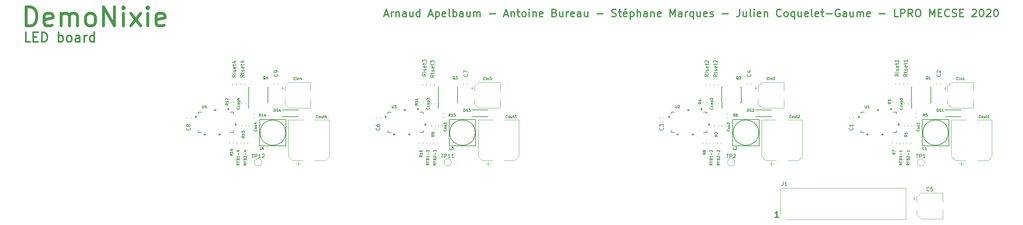
<source format=gbr>
%TF.GenerationSoftware,KiCad,Pcbnew,5.0.2-bee76a0~70~ubuntu18.04.1*%
%TF.CreationDate,2020-06-09T17:58:42+02:00*%
%TF.ProjectId,DemoNixie,44656d6f-4e69-4786-9965-2e6b69636164,rev?*%
%TF.SameCoordinates,Original*%
%TF.FileFunction,Legend,Top*%
%TF.FilePolarity,Positive*%
%FSLAX46Y46*%
G04 Gerber Fmt 4.6, Leading zero omitted, Abs format (unit mm)*
G04 Created by KiCad (PCBNEW 5.0.2-bee76a0~70~ubuntu18.04.1) date mar. 09 juin 2020 17:58:42 CEST*
%MOMM*%
%LPD*%
G01*
G04 APERTURE LIST*
%ADD10C,0.300000*%
%ADD11C,0.400000*%
%ADD12C,0.800000*%
%ADD13C,0.150000*%
%ADD14C,0.152400*%
%ADD15C,0.120000*%
G04 APERTURE END LIST*
D10*
X203594907Y-82772336D02*
X204547288Y-82772336D01*
X203404431Y-83343764D02*
X204071097Y-81343764D01*
X204737764Y-83343764D01*
X205404431Y-83343764D02*
X205404431Y-82010431D01*
X205404431Y-82391383D02*
X205499669Y-82200907D01*
X205594907Y-82105669D01*
X205785383Y-82010431D01*
X205975859Y-82010431D01*
X206642526Y-82010431D02*
X206642526Y-83343764D01*
X206642526Y-82200907D02*
X206737764Y-82105669D01*
X206928240Y-82010431D01*
X207213955Y-82010431D01*
X207404431Y-82105669D01*
X207499669Y-82296145D01*
X207499669Y-83343764D01*
X209309193Y-83343764D02*
X209309193Y-82296145D01*
X209213955Y-82105669D01*
X209023478Y-82010431D01*
X208642526Y-82010431D01*
X208452050Y-82105669D01*
X209309193Y-83248526D02*
X209118716Y-83343764D01*
X208642526Y-83343764D01*
X208452050Y-83248526D01*
X208356812Y-83058050D01*
X208356812Y-82867574D01*
X208452050Y-82677098D01*
X208642526Y-82581860D01*
X209118716Y-82581860D01*
X209309193Y-82486622D01*
X211118716Y-82010431D02*
X211118716Y-83343764D01*
X210261574Y-82010431D02*
X210261574Y-83058050D01*
X210356812Y-83248526D01*
X210547288Y-83343764D01*
X210833002Y-83343764D01*
X211023478Y-83248526D01*
X211118716Y-83153288D01*
X212928240Y-83343764D02*
X212928240Y-81343764D01*
X212928240Y-83248526D02*
X212737764Y-83343764D01*
X212356812Y-83343764D01*
X212166335Y-83248526D01*
X212071097Y-83153288D01*
X211975859Y-82962812D01*
X211975859Y-82391383D01*
X212071097Y-82200907D01*
X212166335Y-82105669D01*
X212356812Y-82010431D01*
X212737764Y-82010431D01*
X212928240Y-82105669D01*
X215309193Y-82772336D02*
X216261574Y-82772336D01*
X215118716Y-83343764D02*
X215785383Y-81343764D01*
X216452050Y-83343764D01*
X217118716Y-82010431D02*
X217118716Y-84010431D01*
X217118716Y-82105669D02*
X217309193Y-82010431D01*
X217690145Y-82010431D01*
X217880621Y-82105669D01*
X217975859Y-82200907D01*
X218071097Y-82391383D01*
X218071097Y-82962812D01*
X217975859Y-83153288D01*
X217880621Y-83248526D01*
X217690145Y-83343764D01*
X217309193Y-83343764D01*
X217118716Y-83248526D01*
X219690145Y-83248526D02*
X219499669Y-83343764D01*
X219118716Y-83343764D01*
X218928240Y-83248526D01*
X218833002Y-83058050D01*
X218833002Y-82296145D01*
X218928240Y-82105669D01*
X219118716Y-82010431D01*
X219499669Y-82010431D01*
X219690145Y-82105669D01*
X219785383Y-82296145D01*
X219785383Y-82486622D01*
X218833002Y-82677098D01*
X220928240Y-83343764D02*
X220737764Y-83248526D01*
X220642526Y-83058050D01*
X220642526Y-81343764D01*
X221690145Y-83343764D02*
X221690145Y-81343764D01*
X221690145Y-82105669D02*
X221880621Y-82010431D01*
X222261574Y-82010431D01*
X222452050Y-82105669D01*
X222547288Y-82200907D01*
X222642526Y-82391383D01*
X222642526Y-82962812D01*
X222547288Y-83153288D01*
X222452050Y-83248526D01*
X222261574Y-83343764D01*
X221880621Y-83343764D01*
X221690145Y-83248526D01*
X224356812Y-83343764D02*
X224356812Y-82296145D01*
X224261574Y-82105669D01*
X224071097Y-82010431D01*
X223690145Y-82010431D01*
X223499669Y-82105669D01*
X224356812Y-83248526D02*
X224166335Y-83343764D01*
X223690145Y-83343764D01*
X223499669Y-83248526D01*
X223404431Y-83058050D01*
X223404431Y-82867574D01*
X223499669Y-82677098D01*
X223690145Y-82581860D01*
X224166335Y-82581860D01*
X224356812Y-82486622D01*
X226166335Y-82010431D02*
X226166335Y-83343764D01*
X225309193Y-82010431D02*
X225309193Y-83058050D01*
X225404431Y-83248526D01*
X225594907Y-83343764D01*
X225880621Y-83343764D01*
X226071097Y-83248526D01*
X226166335Y-83153288D01*
X227118716Y-83343764D02*
X227118716Y-82010431D01*
X227118716Y-82200907D02*
X227213955Y-82105669D01*
X227404431Y-82010431D01*
X227690145Y-82010431D01*
X227880621Y-82105669D01*
X227975859Y-82296145D01*
X227975859Y-83343764D01*
X227975859Y-82296145D02*
X228071097Y-82105669D01*
X228261574Y-82010431D01*
X228547288Y-82010431D01*
X228737764Y-82105669D01*
X228833002Y-82296145D01*
X228833002Y-83343764D01*
X231309193Y-82581860D02*
X232833002Y-82581860D01*
X235213955Y-82772336D02*
X236166335Y-82772336D01*
X235023478Y-83343764D02*
X235690145Y-81343764D01*
X236356812Y-83343764D01*
X237023478Y-82010431D02*
X237023478Y-83343764D01*
X237023478Y-82200907D02*
X237118716Y-82105669D01*
X237309193Y-82010431D01*
X237594907Y-82010431D01*
X237785383Y-82105669D01*
X237880621Y-82296145D01*
X237880621Y-83343764D01*
X238547288Y-82010431D02*
X239309193Y-82010431D01*
X238833002Y-81343764D02*
X238833002Y-83058050D01*
X238928240Y-83248526D01*
X239118716Y-83343764D01*
X239309193Y-83343764D01*
X240261574Y-83343764D02*
X240071097Y-83248526D01*
X239975859Y-83153288D01*
X239880621Y-82962812D01*
X239880621Y-82391383D01*
X239975859Y-82200907D01*
X240071097Y-82105669D01*
X240261574Y-82010431D01*
X240547288Y-82010431D01*
X240737764Y-82105669D01*
X240833002Y-82200907D01*
X240928240Y-82391383D01*
X240928240Y-82962812D01*
X240833002Y-83153288D01*
X240737764Y-83248526D01*
X240547288Y-83343764D01*
X240261574Y-83343764D01*
X241785383Y-83343764D02*
X241785383Y-82010431D01*
X241785383Y-81343764D02*
X241690145Y-81439003D01*
X241785383Y-81534241D01*
X241880621Y-81439003D01*
X241785383Y-81343764D01*
X241785383Y-81534241D01*
X242737764Y-82010431D02*
X242737764Y-83343764D01*
X242737764Y-82200907D02*
X242833002Y-82105669D01*
X243023478Y-82010431D01*
X243309193Y-82010431D01*
X243499669Y-82105669D01*
X243594907Y-82296145D01*
X243594907Y-83343764D01*
X245309193Y-83248526D02*
X245118716Y-83343764D01*
X244737764Y-83343764D01*
X244547288Y-83248526D01*
X244452050Y-83058050D01*
X244452050Y-82296145D01*
X244547288Y-82105669D01*
X244737764Y-82010431D01*
X245118716Y-82010431D01*
X245309193Y-82105669D01*
X245404431Y-82296145D01*
X245404431Y-82486622D01*
X244452050Y-82677098D01*
X248452050Y-82296145D02*
X248737764Y-82391383D01*
X248833002Y-82486622D01*
X248928240Y-82677098D01*
X248928240Y-82962812D01*
X248833002Y-83153288D01*
X248737764Y-83248526D01*
X248547288Y-83343764D01*
X247785383Y-83343764D01*
X247785383Y-81343764D01*
X248452050Y-81343764D01*
X248642526Y-81439003D01*
X248737764Y-81534241D01*
X248833002Y-81724717D01*
X248833002Y-81915193D01*
X248737764Y-82105669D01*
X248642526Y-82200907D01*
X248452050Y-82296145D01*
X247785383Y-82296145D01*
X250642526Y-82010431D02*
X250642526Y-83343764D01*
X249785383Y-82010431D02*
X249785383Y-83058050D01*
X249880621Y-83248526D01*
X250071097Y-83343764D01*
X250356812Y-83343764D01*
X250547288Y-83248526D01*
X250642526Y-83153288D01*
X251594907Y-83343764D02*
X251594907Y-82010431D01*
X251594907Y-82391383D02*
X251690145Y-82200907D01*
X251785383Y-82105669D01*
X251975859Y-82010431D01*
X252166335Y-82010431D01*
X253594907Y-83248526D02*
X253404431Y-83343764D01*
X253023478Y-83343764D01*
X252833002Y-83248526D01*
X252737764Y-83058050D01*
X252737764Y-82296145D01*
X252833002Y-82105669D01*
X253023478Y-82010431D01*
X253404431Y-82010431D01*
X253594907Y-82105669D01*
X253690145Y-82296145D01*
X253690145Y-82486622D01*
X252737764Y-82677098D01*
X255404431Y-83343764D02*
X255404431Y-82296145D01*
X255309193Y-82105669D01*
X255118716Y-82010431D01*
X254737764Y-82010431D01*
X254547288Y-82105669D01*
X255404431Y-83248526D02*
X255213955Y-83343764D01*
X254737764Y-83343764D01*
X254547288Y-83248526D01*
X254452050Y-83058050D01*
X254452050Y-82867574D01*
X254547288Y-82677098D01*
X254737764Y-82581860D01*
X255213955Y-82581860D01*
X255404431Y-82486622D01*
X257213955Y-82010431D02*
X257213955Y-83343764D01*
X256356812Y-82010431D02*
X256356812Y-83058050D01*
X256452050Y-83248526D01*
X256642526Y-83343764D01*
X256928240Y-83343764D01*
X257118716Y-83248526D01*
X257213955Y-83153288D01*
X259690145Y-82581860D02*
X261213955Y-82581860D01*
X263594907Y-83248526D02*
X263880621Y-83343764D01*
X264356812Y-83343764D01*
X264547288Y-83248526D01*
X264642526Y-83153288D01*
X264737764Y-82962812D01*
X264737764Y-82772336D01*
X264642526Y-82581860D01*
X264547288Y-82486622D01*
X264356812Y-82391383D01*
X263975859Y-82296145D01*
X263785383Y-82200907D01*
X263690145Y-82105669D01*
X263594907Y-81915193D01*
X263594907Y-81724717D01*
X263690145Y-81534241D01*
X263785383Y-81439003D01*
X263975859Y-81343764D01*
X264452050Y-81343764D01*
X264737764Y-81439003D01*
X265309193Y-82010431D02*
X266071097Y-82010431D01*
X265594907Y-81343764D02*
X265594907Y-83058050D01*
X265690145Y-83248526D01*
X265880621Y-83343764D01*
X266071097Y-83343764D01*
X267499669Y-83248526D02*
X267309193Y-83343764D01*
X266928240Y-83343764D01*
X266737764Y-83248526D01*
X266642526Y-83058050D01*
X266642526Y-82296145D01*
X266737764Y-82105669D01*
X266928240Y-82010431D01*
X267309193Y-82010431D01*
X267499669Y-82105669D01*
X267594907Y-82296145D01*
X267594907Y-82486622D01*
X266642526Y-82677098D01*
X267309193Y-81248526D02*
X267023478Y-81534241D01*
X268452050Y-82010431D02*
X268452050Y-84010431D01*
X268452050Y-82105669D02*
X268642526Y-82010431D01*
X269023478Y-82010431D01*
X269213955Y-82105669D01*
X269309193Y-82200907D01*
X269404431Y-82391383D01*
X269404431Y-82962812D01*
X269309193Y-83153288D01*
X269213955Y-83248526D01*
X269023478Y-83343764D01*
X268642526Y-83343764D01*
X268452050Y-83248526D01*
X270261574Y-83343764D02*
X270261574Y-81343764D01*
X271118716Y-83343764D02*
X271118716Y-82296145D01*
X271023478Y-82105669D01*
X270833002Y-82010431D01*
X270547288Y-82010431D01*
X270356812Y-82105669D01*
X270261574Y-82200907D01*
X272928240Y-83343764D02*
X272928240Y-82296145D01*
X272833002Y-82105669D01*
X272642526Y-82010431D01*
X272261574Y-82010431D01*
X272071097Y-82105669D01*
X272928240Y-83248526D02*
X272737764Y-83343764D01*
X272261574Y-83343764D01*
X272071097Y-83248526D01*
X271975859Y-83058050D01*
X271975859Y-82867574D01*
X272071097Y-82677098D01*
X272261574Y-82581860D01*
X272737764Y-82581860D01*
X272928240Y-82486622D01*
X273880621Y-82010431D02*
X273880621Y-83343764D01*
X273880621Y-82200907D02*
X273975859Y-82105669D01*
X274166335Y-82010431D01*
X274452050Y-82010431D01*
X274642526Y-82105669D01*
X274737764Y-82296145D01*
X274737764Y-83343764D01*
X276452050Y-83248526D02*
X276261574Y-83343764D01*
X275880621Y-83343764D01*
X275690145Y-83248526D01*
X275594907Y-83058050D01*
X275594907Y-82296145D01*
X275690145Y-82105669D01*
X275880621Y-82010431D01*
X276261574Y-82010431D01*
X276452050Y-82105669D01*
X276547288Y-82296145D01*
X276547288Y-82486622D01*
X275594907Y-82677098D01*
X278928240Y-83343764D02*
X278928240Y-81343764D01*
X279594907Y-82772336D01*
X280261574Y-81343764D01*
X280261574Y-83343764D01*
X282071097Y-83343764D02*
X282071097Y-82296145D01*
X281975859Y-82105669D01*
X281785383Y-82010431D01*
X281404431Y-82010431D01*
X281213955Y-82105669D01*
X282071097Y-83248526D02*
X281880621Y-83343764D01*
X281404431Y-83343764D01*
X281213955Y-83248526D01*
X281118716Y-83058050D01*
X281118716Y-82867574D01*
X281213955Y-82677098D01*
X281404431Y-82581860D01*
X281880621Y-82581860D01*
X282071097Y-82486622D01*
X283023478Y-83343764D02*
X283023478Y-82010431D01*
X283023478Y-82391383D02*
X283118716Y-82200907D01*
X283213955Y-82105669D01*
X283404431Y-82010431D01*
X283594907Y-82010431D01*
X285118716Y-82010431D02*
X285118716Y-84010431D01*
X285118716Y-83248526D02*
X284928240Y-83343764D01*
X284547288Y-83343764D01*
X284356812Y-83248526D01*
X284261574Y-83153288D01*
X284166335Y-82962812D01*
X284166335Y-82391383D01*
X284261574Y-82200907D01*
X284356812Y-82105669D01*
X284547288Y-82010431D01*
X284928240Y-82010431D01*
X285118716Y-82105669D01*
X286928240Y-82010431D02*
X286928240Y-83343764D01*
X286071097Y-82010431D02*
X286071097Y-83058050D01*
X286166335Y-83248526D01*
X286356812Y-83343764D01*
X286642526Y-83343764D01*
X286833002Y-83248526D01*
X286928240Y-83153288D01*
X288642526Y-83248526D02*
X288452050Y-83343764D01*
X288071097Y-83343764D01*
X287880621Y-83248526D01*
X287785383Y-83058050D01*
X287785383Y-82296145D01*
X287880621Y-82105669D01*
X288071097Y-82010431D01*
X288452050Y-82010431D01*
X288642526Y-82105669D01*
X288737764Y-82296145D01*
X288737764Y-82486622D01*
X287785383Y-82677098D01*
X289499669Y-83248526D02*
X289690145Y-83343764D01*
X290071097Y-83343764D01*
X290261574Y-83248526D01*
X290356812Y-83058050D01*
X290356812Y-82962812D01*
X290261574Y-82772336D01*
X290071097Y-82677098D01*
X289785383Y-82677098D01*
X289594907Y-82581860D01*
X289499669Y-82391383D01*
X289499669Y-82296145D01*
X289594907Y-82105669D01*
X289785383Y-82010431D01*
X290071097Y-82010431D01*
X290261574Y-82105669D01*
X292737764Y-82581860D02*
X294261574Y-82581860D01*
X297309193Y-81343764D02*
X297309193Y-82772336D01*
X297213954Y-83058050D01*
X297023478Y-83248526D01*
X296737764Y-83343764D01*
X296547288Y-83343764D01*
X299118716Y-82010431D02*
X299118716Y-83343764D01*
X298261574Y-82010431D02*
X298261574Y-83058050D01*
X298356812Y-83248526D01*
X298547288Y-83343764D01*
X298833002Y-83343764D01*
X299023478Y-83248526D01*
X299118716Y-83153288D01*
X300356812Y-83343764D02*
X300166335Y-83248526D01*
X300071097Y-83058050D01*
X300071097Y-81343764D01*
X301118716Y-83343764D02*
X301118716Y-82010431D01*
X301118716Y-81343764D02*
X301023478Y-81439003D01*
X301118716Y-81534241D01*
X301213954Y-81439003D01*
X301118716Y-81343764D01*
X301118716Y-81534241D01*
X302833002Y-83248526D02*
X302642526Y-83343764D01*
X302261574Y-83343764D01*
X302071097Y-83248526D01*
X301975859Y-83058050D01*
X301975859Y-82296145D01*
X302071097Y-82105669D01*
X302261574Y-82010431D01*
X302642526Y-82010431D01*
X302833002Y-82105669D01*
X302928240Y-82296145D01*
X302928240Y-82486622D01*
X301975859Y-82677098D01*
X303785383Y-82010431D02*
X303785383Y-83343764D01*
X303785383Y-82200907D02*
X303880621Y-82105669D01*
X304071097Y-82010431D01*
X304356812Y-82010431D01*
X304547288Y-82105669D01*
X304642526Y-82296145D01*
X304642526Y-83343764D01*
X308261574Y-83153288D02*
X308166335Y-83248526D01*
X307880621Y-83343764D01*
X307690145Y-83343764D01*
X307404431Y-83248526D01*
X307213954Y-83058050D01*
X307118716Y-82867574D01*
X307023478Y-82486622D01*
X307023478Y-82200907D01*
X307118716Y-81819955D01*
X307213954Y-81629479D01*
X307404431Y-81439003D01*
X307690145Y-81343764D01*
X307880621Y-81343764D01*
X308166335Y-81439003D01*
X308261574Y-81534241D01*
X309404431Y-83343764D02*
X309213954Y-83248526D01*
X309118716Y-83153288D01*
X309023478Y-82962812D01*
X309023478Y-82391383D01*
X309118716Y-82200907D01*
X309213954Y-82105669D01*
X309404431Y-82010431D01*
X309690145Y-82010431D01*
X309880621Y-82105669D01*
X309975859Y-82200907D01*
X310071097Y-82391383D01*
X310071097Y-82962812D01*
X309975859Y-83153288D01*
X309880621Y-83248526D01*
X309690145Y-83343764D01*
X309404431Y-83343764D01*
X311785383Y-82010431D02*
X311785383Y-84010431D01*
X311785383Y-83248526D02*
X311594907Y-83343764D01*
X311213954Y-83343764D01*
X311023478Y-83248526D01*
X310928240Y-83153288D01*
X310833002Y-82962812D01*
X310833002Y-82391383D01*
X310928240Y-82200907D01*
X311023478Y-82105669D01*
X311213954Y-82010431D01*
X311594907Y-82010431D01*
X311785383Y-82105669D01*
X313594907Y-82010431D02*
X313594907Y-83343764D01*
X312737764Y-82010431D02*
X312737764Y-83058050D01*
X312833002Y-83248526D01*
X313023478Y-83343764D01*
X313309193Y-83343764D01*
X313499669Y-83248526D01*
X313594907Y-83153288D01*
X315309193Y-83248526D02*
X315118716Y-83343764D01*
X314737764Y-83343764D01*
X314547288Y-83248526D01*
X314452050Y-83058050D01*
X314452050Y-82296145D01*
X314547288Y-82105669D01*
X314737764Y-82010431D01*
X315118716Y-82010431D01*
X315309193Y-82105669D01*
X315404431Y-82296145D01*
X315404431Y-82486622D01*
X314452050Y-82677098D01*
X316547288Y-83343764D02*
X316356812Y-83248526D01*
X316261574Y-83058050D01*
X316261574Y-81343764D01*
X318071097Y-83248526D02*
X317880621Y-83343764D01*
X317499669Y-83343764D01*
X317309193Y-83248526D01*
X317213954Y-83058050D01*
X317213954Y-82296145D01*
X317309193Y-82105669D01*
X317499669Y-82010431D01*
X317880621Y-82010431D01*
X318071097Y-82105669D01*
X318166335Y-82296145D01*
X318166335Y-82486622D01*
X317213954Y-82677098D01*
X318737764Y-82010431D02*
X319499669Y-82010431D01*
X319023478Y-81343764D02*
X319023478Y-83058050D01*
X319118716Y-83248526D01*
X319309193Y-83343764D01*
X319499669Y-83343764D01*
X320166335Y-82581860D02*
X321690145Y-82581860D01*
X323690145Y-81439003D02*
X323499669Y-81343764D01*
X323213954Y-81343764D01*
X322928240Y-81439003D01*
X322737764Y-81629479D01*
X322642526Y-81819955D01*
X322547288Y-82200907D01*
X322547288Y-82486622D01*
X322642526Y-82867574D01*
X322737764Y-83058050D01*
X322928240Y-83248526D01*
X323213954Y-83343764D01*
X323404431Y-83343764D01*
X323690145Y-83248526D01*
X323785383Y-83153288D01*
X323785383Y-82486622D01*
X323404431Y-82486622D01*
X325499669Y-83343764D02*
X325499669Y-82296145D01*
X325404431Y-82105669D01*
X325213954Y-82010431D01*
X324833002Y-82010431D01*
X324642526Y-82105669D01*
X325499669Y-83248526D02*
X325309193Y-83343764D01*
X324833002Y-83343764D01*
X324642526Y-83248526D01*
X324547288Y-83058050D01*
X324547288Y-82867574D01*
X324642526Y-82677098D01*
X324833002Y-82581860D01*
X325309193Y-82581860D01*
X325499669Y-82486622D01*
X327309193Y-82010431D02*
X327309193Y-83343764D01*
X326452050Y-82010431D02*
X326452050Y-83058050D01*
X326547288Y-83248526D01*
X326737764Y-83343764D01*
X327023478Y-83343764D01*
X327213954Y-83248526D01*
X327309193Y-83153288D01*
X328261574Y-83343764D02*
X328261574Y-82010431D01*
X328261574Y-82200907D02*
X328356812Y-82105669D01*
X328547288Y-82010431D01*
X328833002Y-82010431D01*
X329023478Y-82105669D01*
X329118716Y-82296145D01*
X329118716Y-83343764D01*
X329118716Y-82296145D02*
X329213954Y-82105669D01*
X329404431Y-82010431D01*
X329690145Y-82010431D01*
X329880621Y-82105669D01*
X329975859Y-82296145D01*
X329975859Y-83343764D01*
X331690145Y-83248526D02*
X331499669Y-83343764D01*
X331118716Y-83343764D01*
X330928240Y-83248526D01*
X330833002Y-83058050D01*
X330833002Y-82296145D01*
X330928240Y-82105669D01*
X331118716Y-82010431D01*
X331499669Y-82010431D01*
X331690145Y-82105669D01*
X331785383Y-82296145D01*
X331785383Y-82486622D01*
X330833002Y-82677098D01*
X334166335Y-82581860D02*
X335690145Y-82581860D01*
X339118716Y-83343764D02*
X338166335Y-83343764D01*
X338166335Y-81343764D01*
X339785383Y-83343764D02*
X339785383Y-81343764D01*
X340547288Y-81343764D01*
X340737764Y-81439003D01*
X340833002Y-81534241D01*
X340928240Y-81724717D01*
X340928240Y-82010431D01*
X340833002Y-82200907D01*
X340737764Y-82296145D01*
X340547288Y-82391383D01*
X339785383Y-82391383D01*
X342928240Y-83343764D02*
X342261574Y-82391383D01*
X341785383Y-83343764D02*
X341785383Y-81343764D01*
X342547288Y-81343764D01*
X342737764Y-81439003D01*
X342833002Y-81534241D01*
X342928240Y-81724717D01*
X342928240Y-82010431D01*
X342833002Y-82200907D01*
X342737764Y-82296145D01*
X342547288Y-82391383D01*
X341785383Y-82391383D01*
X344166335Y-81343764D02*
X344547288Y-81343764D01*
X344737764Y-81439003D01*
X344928240Y-81629479D01*
X345023478Y-82010431D01*
X345023478Y-82677098D01*
X344928240Y-83058050D01*
X344737764Y-83248526D01*
X344547288Y-83343764D01*
X344166335Y-83343764D01*
X343975859Y-83248526D01*
X343785383Y-83058050D01*
X343690145Y-82677098D01*
X343690145Y-82010431D01*
X343785383Y-81629479D01*
X343975859Y-81439003D01*
X344166335Y-81343764D01*
X347404431Y-83343764D02*
X347404431Y-81343764D01*
X348071097Y-82772336D01*
X348737764Y-81343764D01*
X348737764Y-83343764D01*
X349690145Y-82296145D02*
X350356812Y-82296145D01*
X350642526Y-83343764D02*
X349690145Y-83343764D01*
X349690145Y-81343764D01*
X350642526Y-81343764D01*
X352642526Y-83153288D02*
X352547288Y-83248526D01*
X352261574Y-83343764D01*
X352071097Y-83343764D01*
X351785383Y-83248526D01*
X351594907Y-83058050D01*
X351499669Y-82867574D01*
X351404431Y-82486622D01*
X351404431Y-82200907D01*
X351499669Y-81819955D01*
X351594907Y-81629479D01*
X351785383Y-81439003D01*
X352071097Y-81343764D01*
X352261574Y-81343764D01*
X352547288Y-81439003D01*
X352642526Y-81534241D01*
X353404431Y-83248526D02*
X353690145Y-83343764D01*
X354166335Y-83343764D01*
X354356812Y-83248526D01*
X354452050Y-83153288D01*
X354547288Y-82962812D01*
X354547288Y-82772336D01*
X354452050Y-82581860D01*
X354356812Y-82486622D01*
X354166335Y-82391383D01*
X353785383Y-82296145D01*
X353594907Y-82200907D01*
X353499669Y-82105669D01*
X353404431Y-81915193D01*
X353404431Y-81724717D01*
X353499669Y-81534241D01*
X353594907Y-81439003D01*
X353785383Y-81343764D01*
X354261574Y-81343764D01*
X354547288Y-81439003D01*
X355404431Y-82296145D02*
X356071097Y-82296145D01*
X356356812Y-83343764D02*
X355404431Y-83343764D01*
X355404431Y-81343764D01*
X356356812Y-81343764D01*
X358642526Y-81534241D02*
X358737764Y-81439003D01*
X358928240Y-81343764D01*
X359404431Y-81343764D01*
X359594907Y-81439003D01*
X359690145Y-81534241D01*
X359785383Y-81724717D01*
X359785383Y-81915193D01*
X359690145Y-82200907D01*
X358547288Y-83343764D01*
X359785383Y-83343764D01*
X361023478Y-81343764D02*
X361213955Y-81343764D01*
X361404431Y-81439003D01*
X361499669Y-81534241D01*
X361594907Y-81724717D01*
X361690145Y-82105669D01*
X361690145Y-82581860D01*
X361594907Y-82962812D01*
X361499669Y-83153288D01*
X361404431Y-83248526D01*
X361213955Y-83343764D01*
X361023478Y-83343764D01*
X360833002Y-83248526D01*
X360737764Y-83153288D01*
X360642526Y-82962812D01*
X360547288Y-82581860D01*
X360547288Y-82105669D01*
X360642526Y-81724717D01*
X360737764Y-81534241D01*
X360833002Y-81439003D01*
X361023478Y-81343764D01*
X362452050Y-81534241D02*
X362547288Y-81439003D01*
X362737764Y-81343764D01*
X363213955Y-81343764D01*
X363404431Y-81439003D01*
X363499669Y-81534241D01*
X363594907Y-81724717D01*
X363594907Y-81915193D01*
X363499669Y-82200907D01*
X362356812Y-83343764D01*
X363594907Y-83343764D01*
X364833002Y-81343764D02*
X365023478Y-81343764D01*
X365213955Y-81439003D01*
X365309193Y-81534241D01*
X365404431Y-81724717D01*
X365499669Y-82105669D01*
X365499669Y-82581860D01*
X365404431Y-82962812D01*
X365309193Y-83153288D01*
X365213955Y-83248526D01*
X365023478Y-83343764D01*
X364833002Y-83343764D01*
X364642526Y-83248526D01*
X364547288Y-83153288D01*
X364452050Y-82962812D01*
X364356812Y-82581860D01*
X364356812Y-82105669D01*
X364452050Y-81724717D01*
X364547288Y-81534241D01*
X364642526Y-81439003D01*
X364833002Y-81343764D01*
D11*
X110068669Y-89919955D02*
X108878193Y-89919955D01*
X108878193Y-87419955D01*
X110902002Y-88610431D02*
X111735335Y-88610431D01*
X112092478Y-89919955D02*
X110902002Y-89919955D01*
X110902002Y-87419955D01*
X112092478Y-87419955D01*
X113163907Y-89919955D02*
X113163907Y-87419955D01*
X113759145Y-87419955D01*
X114116288Y-87539003D01*
X114354383Y-87777098D01*
X114473431Y-88015193D01*
X114592478Y-88491383D01*
X114592478Y-88848526D01*
X114473431Y-89324717D01*
X114354383Y-89562812D01*
X114116288Y-89800907D01*
X113759145Y-89919955D01*
X113163907Y-89919955D01*
X117568669Y-89919955D02*
X117568669Y-87419955D01*
X117568669Y-88372336D02*
X117806764Y-88253288D01*
X118282955Y-88253288D01*
X118521050Y-88372336D01*
X118640097Y-88491383D01*
X118759145Y-88729479D01*
X118759145Y-89443764D01*
X118640097Y-89681860D01*
X118521050Y-89800907D01*
X118282955Y-89919955D01*
X117806764Y-89919955D01*
X117568669Y-89800907D01*
X120187716Y-89919955D02*
X119949621Y-89800907D01*
X119830574Y-89681860D01*
X119711526Y-89443764D01*
X119711526Y-88729479D01*
X119830574Y-88491383D01*
X119949621Y-88372336D01*
X120187716Y-88253288D01*
X120544859Y-88253288D01*
X120782955Y-88372336D01*
X120902002Y-88491383D01*
X121021050Y-88729479D01*
X121021050Y-89443764D01*
X120902002Y-89681860D01*
X120782955Y-89800907D01*
X120544859Y-89919955D01*
X120187716Y-89919955D01*
X123163907Y-89919955D02*
X123163907Y-88610431D01*
X123044859Y-88372336D01*
X122806764Y-88253288D01*
X122330574Y-88253288D01*
X122092478Y-88372336D01*
X123163907Y-89800907D02*
X122925812Y-89919955D01*
X122330574Y-89919955D01*
X122092478Y-89800907D01*
X121973431Y-89562812D01*
X121973431Y-89324717D01*
X122092478Y-89086622D01*
X122330574Y-88967574D01*
X122925812Y-88967574D01*
X123163907Y-88848526D01*
X124354383Y-89919955D02*
X124354383Y-88253288D01*
X124354383Y-88729479D02*
X124473431Y-88491383D01*
X124592478Y-88372336D01*
X124830574Y-88253288D01*
X125068669Y-88253288D01*
X126973431Y-89919955D02*
X126973431Y-87419955D01*
X126973431Y-89800907D02*
X126735335Y-89919955D01*
X126259145Y-89919955D01*
X126021050Y-89800907D01*
X125902002Y-89681860D01*
X125782955Y-89443764D01*
X125782955Y-88729479D01*
X125902002Y-88491383D01*
X126021050Y-88372336D01*
X126259145Y-88253288D01*
X126735335Y-88253288D01*
X126973431Y-88372336D01*
D12*
X108971431Y-85716907D02*
X108971431Y-80716907D01*
X110161907Y-80716907D01*
X110876193Y-80955003D01*
X111352383Y-81431193D01*
X111590478Y-81907383D01*
X111828574Y-82859764D01*
X111828574Y-83574050D01*
X111590478Y-84526431D01*
X111352383Y-85002622D01*
X110876193Y-85478812D01*
X110161907Y-85716907D01*
X108971431Y-85716907D01*
X115876193Y-85478812D02*
X115400002Y-85716907D01*
X114447621Y-85716907D01*
X113971431Y-85478812D01*
X113733335Y-85002622D01*
X113733335Y-83097860D01*
X113971431Y-82621669D01*
X114447621Y-82383574D01*
X115400002Y-82383574D01*
X115876193Y-82621669D01*
X116114288Y-83097860D01*
X116114288Y-83574050D01*
X113733335Y-84050241D01*
X118257145Y-85716907D02*
X118257145Y-82383574D01*
X118257145Y-82859764D02*
X118495240Y-82621669D01*
X118971431Y-82383574D01*
X119685716Y-82383574D01*
X120161907Y-82621669D01*
X120400002Y-83097860D01*
X120400002Y-85716907D01*
X120400002Y-83097860D02*
X120638097Y-82621669D01*
X121114288Y-82383574D01*
X121828574Y-82383574D01*
X122304764Y-82621669D01*
X122542859Y-83097860D01*
X122542859Y-85716907D01*
X125638097Y-85716907D02*
X125161907Y-85478812D01*
X124923812Y-85240717D01*
X124685716Y-84764526D01*
X124685716Y-83335955D01*
X124923812Y-82859764D01*
X125161907Y-82621669D01*
X125638097Y-82383574D01*
X126352383Y-82383574D01*
X126828574Y-82621669D01*
X127066669Y-82859764D01*
X127304764Y-83335955D01*
X127304764Y-84764526D01*
X127066669Y-85240717D01*
X126828574Y-85478812D01*
X126352383Y-85716907D01*
X125638097Y-85716907D01*
X129447621Y-85716907D02*
X129447621Y-80716907D01*
X132304764Y-85716907D01*
X132304764Y-80716907D01*
X134685716Y-85716907D02*
X134685716Y-82383574D01*
X134685716Y-80716907D02*
X134447621Y-80955003D01*
X134685716Y-81193098D01*
X134923812Y-80955003D01*
X134685716Y-80716907D01*
X134685716Y-81193098D01*
X136590478Y-85716907D02*
X139209526Y-82383574D01*
X136590478Y-82383574D02*
X139209526Y-85716907D01*
X141114288Y-85716907D02*
X141114288Y-82383574D01*
X141114288Y-80716907D02*
X140876193Y-80955003D01*
X141114288Y-81193098D01*
X141352383Y-80955003D01*
X141114288Y-80716907D01*
X141114288Y-81193098D01*
X145400002Y-85478812D02*
X144923812Y-85716907D01*
X143971431Y-85716907D01*
X143495240Y-85478812D01*
X143257145Y-85002622D01*
X143257145Y-83097860D01*
X143495240Y-82621669D01*
X143971431Y-82383574D01*
X144923812Y-82383574D01*
X145400002Y-82621669D01*
X145638097Y-83097860D01*
X145638097Y-83574050D01*
X143257145Y-84050241D01*
D10*
X307518371Y-136301571D02*
X306661228Y-136301571D01*
X307089800Y-136301571D02*
X307089800Y-134801571D01*
X306946942Y-135015857D01*
X306804085Y-135158714D01*
X306661228Y-135230142D01*
D13*
X176657000Y-109761201D02*
X180848000Y-109761201D01*
X176657000Y-107983201D02*
X180848000Y-107983201D01*
D14*
X154432399Y-108512000D02*
X154432399Y-108982061D01*
X154432399Y-113866000D02*
X155302459Y-113866000D01*
X163786401Y-113866000D02*
X163786401Y-113395939D01*
X163786401Y-108512000D02*
X162916341Y-108512000D01*
X155302459Y-108512000D02*
X154432399Y-108512000D01*
X154432399Y-113395939D02*
X154432399Y-113866000D01*
X162916338Y-113866000D02*
X163786401Y-113866000D01*
X163786401Y-108982061D02*
X163786401Y-108512000D01*
X159099900Y-107826200D02*
X158718900Y-107826200D01*
X158718900Y-107826200D02*
X158718900Y-108080200D01*
X158718900Y-108080200D02*
X159099900Y-108080200D01*
X159099900Y-108080200D02*
X159099900Y-107826200D01*
X154000599Y-109598500D02*
X153746599Y-109598500D01*
X153746599Y-109598500D02*
X153746599Y-109979500D01*
X153746599Y-109979500D02*
X154000599Y-109979500D01*
X154000599Y-109979500D02*
X154000599Y-109598500D01*
X156299901Y-114551800D02*
X155918901Y-114551800D01*
X155918901Y-114551800D02*
X155918901Y-114297800D01*
X155918901Y-114297800D02*
X156299901Y-114297800D01*
X156299901Y-114297800D02*
X156299901Y-114551800D01*
X160299901Y-114551800D02*
X159918901Y-114551800D01*
X159918901Y-114551800D02*
X159918901Y-114297800D01*
X159918901Y-114297800D02*
X160299901Y-114297800D01*
X160299901Y-114297800D02*
X160299901Y-114551800D01*
X164218201Y-111598499D02*
X164472201Y-111598499D01*
X164472201Y-111598499D02*
X164472201Y-111979499D01*
X164472201Y-111979499D02*
X164218201Y-111979499D01*
X164218201Y-111979499D02*
X164218201Y-111598499D01*
D13*
X167782000Y-106121201D02*
X167782000Y-107521201D01*
X172882000Y-106121201D02*
X172882000Y-101971201D01*
X167732000Y-106121201D02*
X167732000Y-101971201D01*
X172882000Y-106121201D02*
X172737000Y-106121201D01*
X172882000Y-101971201D02*
X172737000Y-101971201D01*
X167732000Y-101971201D02*
X167877000Y-101971201D01*
X167732000Y-106121201D02*
X167782000Y-106121201D01*
D15*
X221219798Y-121802998D02*
G75*
G03X221219798Y-121802998I-950000J0D01*
G01*
X215898000Y-106127733D02*
X215898000Y-106470267D01*
X216918000Y-106127733D02*
X216918000Y-106470267D01*
X215648000Y-116903468D02*
X215648000Y-116560934D01*
X214628000Y-116903468D02*
X214628000Y-116560934D01*
D13*
X226695000Y-107983201D02*
X230886000Y-107983201D01*
X226695000Y-109761201D02*
X230886000Y-109761201D01*
D15*
X218823000Y-112312267D02*
X218823000Y-111969733D01*
X217803000Y-112312267D02*
X217803000Y-111969733D01*
X151382000Y-110139267D02*
X151382000Y-109796733D01*
X152402000Y-110139267D02*
X152402000Y-109796733D01*
X216918000Y-112298267D02*
X216918000Y-111955733D01*
X215898000Y-112298267D02*
X215898000Y-111955733D01*
D13*
X217770000Y-106121201D02*
X217820000Y-106121201D01*
X217770000Y-101971201D02*
X217915000Y-101971201D01*
X222920000Y-101971201D02*
X222775000Y-101971201D01*
X222920000Y-106121201D02*
X222775000Y-106121201D01*
X217770000Y-106121201D02*
X217770000Y-101971201D01*
X222920000Y-106121201D02*
X222920000Y-101971201D01*
X217820000Y-106121201D02*
X217820000Y-107521201D01*
D15*
X171181798Y-121802998D02*
G75*
G03X171181798Y-121802998I-950000J0D01*
G01*
D13*
X170617000Y-110452201D02*
X177617000Y-110452201D01*
X170617000Y-117452201D02*
X177617000Y-117452201D01*
X177617000Y-117452201D02*
X177617000Y-110452201D01*
X170617000Y-117452201D02*
X170617000Y-110452201D01*
X177469896Y-113952201D02*
G75*
G03X177469896Y-113952201I-3352896J0D01*
G01*
D15*
X212723000Y-116541733D02*
X212723000Y-116884267D01*
X213743000Y-116541733D02*
X213743000Y-116884267D01*
X163832000Y-105746733D02*
X163832000Y-106089267D01*
X162812000Y-105746733D02*
X162812000Y-106089267D01*
X165860000Y-112298267D02*
X165860000Y-111955733D01*
X166880000Y-112298267D02*
X166880000Y-111955733D01*
X189002000Y-110591000D02*
X185152000Y-110591000D01*
X178282000Y-110591000D02*
X182132000Y-110591000D01*
X178282000Y-120246563D02*
X178282000Y-110591000D01*
X189002000Y-120246563D02*
X189002000Y-110591000D01*
X187937563Y-121311000D02*
X185152000Y-121311000D01*
X179346437Y-121311000D02*
X182132000Y-121311000D01*
X179346437Y-121311000D02*
X178282000Y-120246563D01*
X187937563Y-121311000D02*
X189002000Y-120246563D01*
X180882000Y-122801000D02*
X180882000Y-121551000D01*
X180257000Y-122176000D02*
X181507000Y-122176000D01*
X225427000Y-101296468D02*
X225427000Y-100953934D01*
X224407000Y-101296468D02*
X224407000Y-100953934D01*
X168879733Y-108870201D02*
X169222267Y-108870201D01*
X168879733Y-109890201D02*
X169222267Y-109890201D01*
X164590000Y-116903468D02*
X164590000Y-116560934D01*
X165610000Y-116903468D02*
X165610000Y-116560934D01*
D13*
X227507896Y-113952201D02*
G75*
G03X227507896Y-113952201I-3352896J0D01*
G01*
X220655000Y-117452201D02*
X220655000Y-110452201D01*
X227655000Y-117452201D02*
X227655000Y-110452201D01*
X220655000Y-117452201D02*
X227655000Y-117452201D01*
X220655000Y-110452201D02*
X227655000Y-110452201D01*
D15*
X167515000Y-116560934D02*
X167515000Y-116903468D01*
X166495000Y-116560934D02*
X166495000Y-116903468D01*
X167765000Y-112312267D02*
X167765000Y-111969733D01*
X168785000Y-112312267D02*
X168785000Y-111969733D01*
X234169000Y-107456201D02*
X234169000Y-105106201D01*
X234169000Y-100636201D02*
X234169000Y-102986201D01*
X228413437Y-100636201D02*
X234169000Y-100636201D01*
X228413437Y-107456201D02*
X234169000Y-107456201D01*
X227349000Y-106391764D02*
X227349000Y-105106201D01*
X227349000Y-101700638D02*
X227349000Y-102986201D01*
X227349000Y-101700638D02*
X228413437Y-100636201D01*
X227349000Y-106391764D02*
X228413437Y-107456201D01*
X226321500Y-102198701D02*
X227109000Y-102198701D01*
X226715250Y-101804951D02*
X226715250Y-102592451D01*
X212850000Y-105746733D02*
X212850000Y-106089267D01*
X213870000Y-105746733D02*
X213870000Y-106089267D01*
X176677250Y-101804951D02*
X176677250Y-102592451D01*
X176283500Y-102198701D02*
X177071000Y-102198701D01*
X177311000Y-106391764D02*
X178375437Y-107456201D01*
X177311000Y-101700638D02*
X178375437Y-100636201D01*
X177311000Y-101700638D02*
X177311000Y-102986201D01*
X177311000Y-106391764D02*
X177311000Y-105106201D01*
X178375437Y-107456201D02*
X184131000Y-107456201D01*
X178375437Y-100636201D02*
X184131000Y-100636201D01*
X184131000Y-100636201D02*
X184131000Y-102986201D01*
X184131000Y-107456201D02*
X184131000Y-105106201D01*
X163705000Y-116541733D02*
X163705000Y-116884267D01*
X162685000Y-116541733D02*
X162685000Y-116884267D01*
X218917733Y-109890201D02*
X219260267Y-109890201D01*
X218917733Y-108870201D02*
X219260267Y-108870201D01*
X174369000Y-101296468D02*
X174369000Y-100953934D01*
X175389000Y-101296468D02*
X175389000Y-100953934D01*
X166880000Y-106127733D02*
X166880000Y-106470267D01*
X165860000Y-106127733D02*
X165860000Y-106470267D01*
X202440000Y-110139267D02*
X202440000Y-109796733D01*
X201420000Y-110139267D02*
X201420000Y-109796733D01*
X230295000Y-122176000D02*
X231545000Y-122176000D01*
X230920000Y-122801000D02*
X230920000Y-121551000D01*
X237975563Y-121311000D02*
X239040000Y-120246563D01*
X229384437Y-121311000D02*
X228320000Y-120246563D01*
X229384437Y-121311000D02*
X232170000Y-121311000D01*
X237975563Y-121311000D02*
X235190000Y-121311000D01*
X239040000Y-120246563D02*
X239040000Y-110591000D01*
X228320000Y-120246563D02*
X228320000Y-110591000D01*
X228320000Y-110591000D02*
X232170000Y-110591000D01*
X239040000Y-110591000D02*
X235190000Y-110591000D01*
X216533000Y-116560934D02*
X216533000Y-116903468D01*
X217553000Y-116560934D02*
X217553000Y-116903468D01*
D14*
X214256201Y-111979499D02*
X214256201Y-111598499D01*
X214510201Y-111979499D02*
X214256201Y-111979499D01*
X214510201Y-111598499D02*
X214510201Y-111979499D01*
X214256201Y-111598499D02*
X214510201Y-111598499D01*
X210337901Y-114297800D02*
X210337901Y-114551800D01*
X209956901Y-114297800D02*
X210337901Y-114297800D01*
X209956901Y-114551800D02*
X209956901Y-114297800D01*
X210337901Y-114551800D02*
X209956901Y-114551800D01*
X206337901Y-114297800D02*
X206337901Y-114551800D01*
X205956901Y-114297800D02*
X206337901Y-114297800D01*
X205956901Y-114551800D02*
X205956901Y-114297800D01*
X206337901Y-114551800D02*
X205956901Y-114551800D01*
X204038599Y-109979500D02*
X204038599Y-109598500D01*
X203784599Y-109979500D02*
X204038599Y-109979500D01*
X203784599Y-109598500D02*
X203784599Y-109979500D01*
X204038599Y-109598500D02*
X203784599Y-109598500D01*
X209137900Y-108080200D02*
X209137900Y-107826200D01*
X208756900Y-108080200D02*
X209137900Y-108080200D01*
X208756900Y-107826200D02*
X208756900Y-108080200D01*
X209137900Y-107826200D02*
X208756900Y-107826200D01*
X213824401Y-108982061D02*
X213824401Y-108512000D01*
X212954338Y-113866000D02*
X213824401Y-113866000D01*
X204470399Y-113395939D02*
X204470399Y-113866000D01*
X205340459Y-108512000D02*
X204470399Y-108512000D01*
X213824401Y-108512000D02*
X212954341Y-108512000D01*
X213824401Y-113866000D02*
X213824401Y-113395939D01*
X204470399Y-113866000D02*
X205340459Y-113866000D01*
X204470399Y-108512000D02*
X204470399Y-108982061D01*
D15*
X296022798Y-121802998D02*
G75*
G03X296022798Y-121802998I-950000J0D01*
G01*
X290701000Y-106127733D02*
X290701000Y-106470267D01*
X291721000Y-106127733D02*
X291721000Y-106470267D01*
X290451000Y-116903468D02*
X290451000Y-116560934D01*
X289431000Y-116903468D02*
X289431000Y-116560934D01*
D13*
X301498000Y-107983201D02*
X305689000Y-107983201D01*
X301498000Y-109761201D02*
X305689000Y-109761201D01*
D15*
X293626000Y-112312267D02*
X293626000Y-111969733D01*
X292606000Y-112312267D02*
X292606000Y-111969733D01*
X291721000Y-112298267D02*
X291721000Y-111955733D01*
X290701000Y-112298267D02*
X290701000Y-111955733D01*
D13*
X292573000Y-106121201D02*
X292623000Y-106121201D01*
X292573000Y-101971201D02*
X292718000Y-101971201D01*
X297723000Y-101971201D02*
X297578000Y-101971201D01*
X297723000Y-106121201D02*
X297578000Y-106121201D01*
X292573000Y-106121201D02*
X292573000Y-101971201D01*
X297723000Y-106121201D02*
X297723000Y-101971201D01*
X292623000Y-106121201D02*
X292623000Y-107521201D01*
D15*
X287526000Y-116541733D02*
X287526000Y-116884267D01*
X288546000Y-116541733D02*
X288546000Y-116884267D01*
X300230000Y-101296468D02*
X300230000Y-100953934D01*
X299210000Y-101296468D02*
X299210000Y-100953934D01*
D13*
X302310896Y-113952201D02*
G75*
G03X302310896Y-113952201I-3352896J0D01*
G01*
X295458000Y-117452201D02*
X295458000Y-110452201D01*
X302458000Y-117452201D02*
X302458000Y-110452201D01*
X295458000Y-117452201D02*
X302458000Y-117452201D01*
X295458000Y-110452201D02*
X302458000Y-110452201D01*
D15*
X308972000Y-107456201D02*
X308972000Y-105106201D01*
X308972000Y-100636201D02*
X308972000Y-102986201D01*
X303216437Y-100636201D02*
X308972000Y-100636201D01*
X303216437Y-107456201D02*
X308972000Y-107456201D01*
X302152000Y-106391764D02*
X302152000Y-105106201D01*
X302152000Y-101700638D02*
X302152000Y-102986201D01*
X302152000Y-101700638D02*
X303216437Y-100636201D01*
X302152000Y-106391764D02*
X303216437Y-107456201D01*
X301124500Y-102198701D02*
X301912000Y-102198701D01*
X301518250Y-101804951D02*
X301518250Y-102592451D01*
X287653000Y-105746733D02*
X287653000Y-106089267D01*
X288673000Y-105746733D02*
X288673000Y-106089267D01*
X293720733Y-109890201D02*
X294063267Y-109890201D01*
X293720733Y-108870201D02*
X294063267Y-108870201D01*
X277243000Y-110139267D02*
X277243000Y-109796733D01*
X276223000Y-110139267D02*
X276223000Y-109796733D01*
X305098000Y-122176000D02*
X306348000Y-122176000D01*
X305723000Y-122801000D02*
X305723000Y-121551000D01*
X312778563Y-121311000D02*
X313843000Y-120246563D01*
X304187437Y-121311000D02*
X303123000Y-120246563D01*
X304187437Y-121311000D02*
X306973000Y-121311000D01*
X312778563Y-121311000D02*
X309993000Y-121311000D01*
X313843000Y-120246563D02*
X313843000Y-110591000D01*
X303123000Y-120246563D02*
X303123000Y-110591000D01*
X303123000Y-110591000D02*
X306973000Y-110591000D01*
X313843000Y-110591000D02*
X309993000Y-110591000D01*
X291336000Y-116560934D02*
X291336000Y-116903468D01*
X292356000Y-116560934D02*
X292356000Y-116903468D01*
D14*
X289059201Y-111979499D02*
X289059201Y-111598499D01*
X289313201Y-111979499D02*
X289059201Y-111979499D01*
X289313201Y-111598499D02*
X289313201Y-111979499D01*
X289059201Y-111598499D02*
X289313201Y-111598499D01*
X285140901Y-114297800D02*
X285140901Y-114551800D01*
X284759901Y-114297800D02*
X285140901Y-114297800D01*
X284759901Y-114551800D02*
X284759901Y-114297800D01*
X285140901Y-114551800D02*
X284759901Y-114551800D01*
X281140901Y-114297800D02*
X281140901Y-114551800D01*
X280759901Y-114297800D02*
X281140901Y-114297800D01*
X280759901Y-114551800D02*
X280759901Y-114297800D01*
X281140901Y-114551800D02*
X280759901Y-114551800D01*
X278841599Y-109979500D02*
X278841599Y-109598500D01*
X278587599Y-109979500D02*
X278841599Y-109979500D01*
X278587599Y-109598500D02*
X278587599Y-109979500D01*
X278841599Y-109598500D02*
X278587599Y-109598500D01*
X283940900Y-108080200D02*
X283940900Y-107826200D01*
X283559900Y-108080200D02*
X283940900Y-108080200D01*
X283559900Y-107826200D02*
X283559900Y-108080200D01*
X283940900Y-107826200D02*
X283559900Y-107826200D01*
X288627401Y-108982061D02*
X288627401Y-108512000D01*
X287757338Y-113866000D02*
X288627401Y-113866000D01*
X279273399Y-113395939D02*
X279273399Y-113866000D01*
X280143459Y-108512000D02*
X279273399Y-108512000D01*
X288627401Y-108512000D02*
X287757341Y-108512000D01*
X288627401Y-113866000D02*
X288627401Y-113395939D01*
X279273399Y-113866000D02*
X280143459Y-113866000D01*
X279273399Y-108512000D02*
X279273399Y-108982061D01*
D13*
X345496000Y-110452201D02*
X352496000Y-110452201D01*
X345496000Y-117452201D02*
X352496000Y-117452201D01*
X352496000Y-117452201D02*
X352496000Y-110452201D01*
X345496000Y-117452201D02*
X345496000Y-110452201D01*
X352348896Y-113952201D02*
G75*
G03X352348896Y-113952201I-3352896J0D01*
G01*
D14*
X329311399Y-108512000D02*
X329311399Y-108982061D01*
X329311399Y-113866000D02*
X330181459Y-113866000D01*
X338665401Y-113866000D02*
X338665401Y-113395939D01*
X338665401Y-108512000D02*
X337795341Y-108512000D01*
X330181459Y-108512000D02*
X329311399Y-108512000D01*
X329311399Y-113395939D02*
X329311399Y-113866000D01*
X337795338Y-113866000D02*
X338665401Y-113866000D01*
X338665401Y-108982061D02*
X338665401Y-108512000D01*
X333978900Y-107826200D02*
X333597900Y-107826200D01*
X333597900Y-107826200D02*
X333597900Y-108080200D01*
X333597900Y-108080200D02*
X333978900Y-108080200D01*
X333978900Y-108080200D02*
X333978900Y-107826200D01*
X328879599Y-109598500D02*
X328625599Y-109598500D01*
X328625599Y-109598500D02*
X328625599Y-109979500D01*
X328625599Y-109979500D02*
X328879599Y-109979500D01*
X328879599Y-109979500D02*
X328879599Y-109598500D01*
X331178901Y-114551800D02*
X330797901Y-114551800D01*
X330797901Y-114551800D02*
X330797901Y-114297800D01*
X330797901Y-114297800D02*
X331178901Y-114297800D01*
X331178901Y-114297800D02*
X331178901Y-114551800D01*
X335178901Y-114551800D02*
X334797901Y-114551800D01*
X334797901Y-114551800D02*
X334797901Y-114297800D01*
X334797901Y-114297800D02*
X335178901Y-114297800D01*
X335178901Y-114297800D02*
X335178901Y-114551800D01*
X339097201Y-111598499D02*
X339351201Y-111598499D01*
X339351201Y-111598499D02*
X339351201Y-111979499D01*
X339351201Y-111979499D02*
X339097201Y-111979499D01*
X339097201Y-111979499D02*
X339097201Y-111598499D01*
D15*
X351556250Y-101804951D02*
X351556250Y-102592451D01*
X351162500Y-102198701D02*
X351950000Y-102198701D01*
X352190000Y-106391764D02*
X353254437Y-107456201D01*
X352190000Y-101700638D02*
X353254437Y-100636201D01*
X352190000Y-101700638D02*
X352190000Y-102986201D01*
X352190000Y-106391764D02*
X352190000Y-105106201D01*
X353254437Y-107456201D02*
X359010000Y-107456201D01*
X353254437Y-100636201D02*
X359010000Y-100636201D01*
X359010000Y-100636201D02*
X359010000Y-102986201D01*
X359010000Y-107456201D02*
X359010000Y-105106201D01*
X363881000Y-110591000D02*
X360031000Y-110591000D01*
X353161000Y-110591000D02*
X357011000Y-110591000D01*
X353161000Y-120246563D02*
X353161000Y-110591000D01*
X363881000Y-120246563D02*
X363881000Y-110591000D01*
X362816563Y-121311000D02*
X360031000Y-121311000D01*
X354225437Y-121311000D02*
X357011000Y-121311000D01*
X354225437Y-121311000D02*
X353161000Y-120246563D01*
X362816563Y-121311000D02*
X363881000Y-120246563D01*
X355761000Y-122801000D02*
X355761000Y-121551000D01*
X355136000Y-122176000D02*
X356386000Y-122176000D01*
D13*
X351536000Y-109761201D02*
X355727000Y-109761201D01*
X351536000Y-107983201D02*
X355727000Y-107983201D01*
X342661000Y-106121201D02*
X342661000Y-107521201D01*
X347761000Y-106121201D02*
X347761000Y-101971201D01*
X342611000Y-106121201D02*
X342611000Y-101971201D01*
X347761000Y-106121201D02*
X347616000Y-106121201D01*
X347761000Y-101971201D02*
X347616000Y-101971201D01*
X342611000Y-101971201D02*
X342756000Y-101971201D01*
X342611000Y-106121201D02*
X342661000Y-106121201D01*
D15*
X341759000Y-106127733D02*
X341759000Y-106470267D01*
X340739000Y-106127733D02*
X340739000Y-106470267D01*
X340739000Y-112298267D02*
X340739000Y-111955733D01*
X341759000Y-112298267D02*
X341759000Y-111955733D01*
X343758733Y-108870201D02*
X344101267Y-108870201D01*
X343758733Y-109890201D02*
X344101267Y-109890201D01*
X342394000Y-116560934D02*
X342394000Y-116903468D01*
X341374000Y-116560934D02*
X341374000Y-116903468D01*
X339469000Y-116903468D02*
X339469000Y-116560934D01*
X340489000Y-116903468D02*
X340489000Y-116560934D01*
X338584000Y-116541733D02*
X338584000Y-116884267D01*
X337564000Y-116541733D02*
X337564000Y-116884267D01*
X342644000Y-112312267D02*
X342644000Y-111969733D01*
X343664000Y-112312267D02*
X343664000Y-111969733D01*
X338711000Y-105746733D02*
X338711000Y-106089267D01*
X337691000Y-105746733D02*
X337691000Y-106089267D01*
X326261000Y-110139267D02*
X326261000Y-109796733D01*
X327281000Y-110139267D02*
X327281000Y-109796733D01*
X308085800Y-135572000D02*
X308085800Y-128572000D01*
X308085800Y-128572000D02*
X341185800Y-128572000D01*
X341185800Y-128572000D02*
X341185800Y-136872000D01*
X341185800Y-136872000D02*
X309385800Y-136872000D01*
X349248000Y-101296468D02*
X349248000Y-100953934D01*
X350268000Y-101296468D02*
X350268000Y-100953934D01*
X346060798Y-121802998D02*
G75*
G03X346060798Y-121802998I-950000J0D01*
G01*
X350882000Y-136703048D02*
X350882000Y-134353048D01*
X350882000Y-129883048D02*
X350882000Y-132233048D01*
X345126437Y-129883048D02*
X350882000Y-129883048D01*
X345126437Y-136703048D02*
X350882000Y-136703048D01*
X344062000Y-135638611D02*
X344062000Y-134353048D01*
X344062000Y-130947485D02*
X344062000Y-132233048D01*
X344062000Y-130947485D02*
X345126437Y-129883048D01*
X344062000Y-135638611D02*
X345126437Y-136703048D01*
X343034500Y-131445548D02*
X343822000Y-131445548D01*
X343428250Y-131051798D02*
X343428250Y-131839298D01*
X339349800Y-101250267D02*
X339349800Y-100907733D01*
X338329800Y-101250267D02*
X338329800Y-100907733D01*
X340488800Y-101264267D02*
X340488800Y-100921733D01*
X341508800Y-101264267D02*
X341508800Y-100921733D01*
X288291800Y-101490267D02*
X288291800Y-101147733D01*
X289311800Y-101490267D02*
X289311800Y-101147733D01*
X291597800Y-101518267D02*
X291597800Y-101175733D01*
X290577800Y-101518267D02*
X290577800Y-101175733D01*
X213615800Y-101504267D02*
X213615800Y-101161733D01*
X214635800Y-101504267D02*
X214635800Y-101161733D01*
X216667800Y-101504267D02*
X216667800Y-101161733D01*
X215647800Y-101504267D02*
X215647800Y-101161733D01*
X163450800Y-101391267D02*
X163450800Y-101048733D01*
X164470800Y-101391267D02*
X164470800Y-101048733D01*
X166629800Y-101377267D02*
X166629800Y-101034733D01*
X165609800Y-101377267D02*
X165609800Y-101034733D01*
D13*
X174461798Y-108403664D02*
X174461798Y-107703664D01*
X174628464Y-107703664D01*
X174728464Y-107736998D01*
X174795131Y-107803664D01*
X174828464Y-107870331D01*
X174861798Y-108003664D01*
X174861798Y-108103664D01*
X174828464Y-108236998D01*
X174795131Y-108303664D01*
X174728464Y-108370331D01*
X174628464Y-108403664D01*
X174461798Y-108403664D01*
X175128464Y-108370331D02*
X175228464Y-108403664D01*
X175395131Y-108403664D01*
X175461798Y-108370331D01*
X175495131Y-108336998D01*
X175528464Y-108270331D01*
X175528464Y-108203664D01*
X175495131Y-108136998D01*
X175461798Y-108103664D01*
X175395131Y-108070331D01*
X175261798Y-108036998D01*
X175195131Y-108003664D01*
X175161798Y-107970331D01*
X175128464Y-107903664D01*
X175128464Y-107836998D01*
X175161798Y-107770331D01*
X175195131Y-107736998D01*
X175261798Y-107703664D01*
X175428464Y-107703664D01*
X175528464Y-107736998D01*
X176128464Y-107936998D02*
X176128464Y-108403664D01*
X175961798Y-107670331D02*
X175795131Y-108170331D01*
X176228464Y-108170331D01*
X155528066Y-106741666D02*
X155528066Y-107308333D01*
X155561400Y-107375000D01*
X155594733Y-107408333D01*
X155661400Y-107441666D01*
X155794733Y-107441666D01*
X155861400Y-107408333D01*
X155894733Y-107375000D01*
X155928066Y-107308333D01*
X155928066Y-106741666D01*
X156561400Y-106975000D02*
X156561400Y-107441666D01*
X156394733Y-106708333D02*
X156228066Y-107208333D01*
X156661400Y-107208333D01*
X162161780Y-107699199D02*
X162399876Y-107699199D01*
X162304638Y-107937294D02*
X162399876Y-107699199D01*
X162304638Y-107461103D01*
X162590352Y-107842056D02*
X162399876Y-107699199D01*
X162590352Y-107556341D01*
X162161780Y-107699199D02*
X162399876Y-107699199D01*
X162304638Y-107937294D02*
X162399876Y-107699199D01*
X162304638Y-107461103D01*
X162590352Y-107842056D02*
X162399876Y-107699199D01*
X162590352Y-107556341D01*
X172145333Y-99857534D02*
X172078666Y-99824201D01*
X172012000Y-99757534D01*
X171912000Y-99657534D01*
X171845333Y-99624201D01*
X171778666Y-99624201D01*
X171812000Y-99790867D02*
X171745333Y-99757534D01*
X171678666Y-99690867D01*
X171645333Y-99557534D01*
X171645333Y-99324201D01*
X171678666Y-99190867D01*
X171745333Y-99124201D01*
X171812000Y-99090867D01*
X171945333Y-99090867D01*
X172012000Y-99124201D01*
X172078666Y-99190867D01*
X172112000Y-99324201D01*
X172112000Y-99557534D01*
X172078666Y-99690867D01*
X172012000Y-99757534D01*
X171945333Y-99790867D01*
X171812000Y-99790867D01*
X172712000Y-99324201D02*
X172712000Y-99790867D01*
X172545333Y-99057534D02*
X172378666Y-99557534D01*
X172812000Y-99557534D01*
X218531702Y-119607378D02*
X219103131Y-119607378D01*
X218817417Y-120607378D02*
X218817417Y-119607378D01*
X219436464Y-120607378D02*
X219436464Y-119607378D01*
X219817417Y-119607378D01*
X219912655Y-119654998D01*
X219960274Y-119702617D01*
X220007893Y-119797855D01*
X220007893Y-119940712D01*
X219960274Y-120035950D01*
X219912655Y-120083569D01*
X219817417Y-120131188D01*
X219436464Y-120131188D01*
X220960274Y-120607378D02*
X220388845Y-120607378D01*
X220674559Y-120607378D02*
X220674559Y-119607378D01*
X220579321Y-119750236D01*
X220484083Y-119845474D01*
X220388845Y-119893093D01*
X221912655Y-120607378D02*
X221341226Y-120607378D01*
X221626940Y-120607378D02*
X221626940Y-119607378D01*
X221531702Y-119750236D01*
X221436464Y-119845474D01*
X221341226Y-119893093D01*
X215358998Y-107359000D02*
X215392331Y-107392333D01*
X215425664Y-107492333D01*
X215425664Y-107559000D01*
X215392331Y-107659000D01*
X215325664Y-107725666D01*
X215258998Y-107759000D01*
X215125664Y-107792333D01*
X215025664Y-107792333D01*
X214892331Y-107759000D01*
X214825664Y-107725666D01*
X214758998Y-107659000D01*
X214725664Y-107559000D01*
X214725664Y-107492333D01*
X214758998Y-107392333D01*
X214792331Y-107359000D01*
X215392331Y-106759000D02*
X215425664Y-106825666D01*
X215425664Y-106959000D01*
X215392331Y-107025666D01*
X215358998Y-107059000D01*
X215292331Y-107092333D01*
X215092331Y-107092333D01*
X215025664Y-107059000D01*
X214992331Y-107025666D01*
X214958998Y-106959000D01*
X214958998Y-106825666D01*
X214992331Y-106759000D01*
X215425664Y-106159000D02*
X215058998Y-106159000D01*
X214992331Y-106192333D01*
X214958998Y-106259000D01*
X214958998Y-106392333D01*
X214992331Y-106459000D01*
X215392331Y-106159000D02*
X215425664Y-106225666D01*
X215425664Y-106392333D01*
X215392331Y-106459000D01*
X215325664Y-106492333D01*
X215258998Y-106492333D01*
X215192331Y-106459000D01*
X215158998Y-106392333D01*
X215158998Y-106225666D01*
X215125664Y-106159000D01*
X214958998Y-105825666D02*
X215658998Y-105825666D01*
X214992331Y-105825666D02*
X214958998Y-105759000D01*
X214958998Y-105625666D01*
X214992331Y-105559000D01*
X215025664Y-105525666D01*
X215092331Y-105492333D01*
X215292331Y-105492333D01*
X215358998Y-105525666D01*
X215392331Y-105559000D01*
X215425664Y-105625666D01*
X215425664Y-105759000D01*
X215392331Y-105825666D01*
X214725664Y-105259000D02*
X214725664Y-104825666D01*
X214992331Y-105059000D01*
X214992331Y-104959000D01*
X215025664Y-104892333D01*
X215058998Y-104859000D01*
X215125664Y-104825666D01*
X215292331Y-104825666D01*
X215358998Y-104859000D01*
X215392331Y-104892333D01*
X215425664Y-104959000D01*
X215425664Y-105159000D01*
X215392331Y-105225666D01*
X215358998Y-105259000D01*
X215327666Y-122089534D02*
X214994333Y-122322867D01*
X215327666Y-122489534D02*
X214627666Y-122489534D01*
X214627666Y-122222867D01*
X214661000Y-122156201D01*
X214694333Y-122122867D01*
X214761000Y-122089534D01*
X214861000Y-122089534D01*
X214927666Y-122122867D01*
X214961000Y-122156201D01*
X214994333Y-122222867D01*
X214994333Y-122489534D01*
X214961000Y-121556201D02*
X214961000Y-121789534D01*
X215327666Y-121789534D02*
X214627666Y-121789534D01*
X214627666Y-121456201D01*
X214961000Y-120956201D02*
X214994333Y-120856201D01*
X215027666Y-120822867D01*
X215094333Y-120789534D01*
X215194333Y-120789534D01*
X215261000Y-120822867D01*
X215294333Y-120856201D01*
X215327666Y-120922867D01*
X215327666Y-121189534D01*
X214627666Y-121189534D01*
X214627666Y-120956201D01*
X214661000Y-120889534D01*
X214694333Y-120856201D01*
X214761000Y-120822867D01*
X214827666Y-120822867D01*
X214894333Y-120856201D01*
X214927666Y-120889534D01*
X214961000Y-120956201D01*
X214961000Y-121189534D01*
X215327666Y-120122867D02*
X215327666Y-120522867D01*
X215327666Y-120322867D02*
X214627666Y-120322867D01*
X214727666Y-120389534D01*
X214794333Y-120456201D01*
X214827666Y-120522867D01*
X215061000Y-119822867D02*
X215061000Y-119289534D01*
X214627666Y-119022867D02*
X214627666Y-118589534D01*
X214894333Y-118822867D01*
X214894333Y-118722867D01*
X214927666Y-118656201D01*
X214961000Y-118622867D01*
X215027666Y-118589534D01*
X215194333Y-118589534D01*
X215261000Y-118622867D01*
X215294333Y-118656201D01*
X215327666Y-118722867D01*
X215327666Y-118922867D01*
X215294333Y-118989534D01*
X215261000Y-119022867D01*
X224499798Y-108403664D02*
X224499798Y-107703664D01*
X224666464Y-107703664D01*
X224766464Y-107736998D01*
X224833131Y-107803664D01*
X224866464Y-107870331D01*
X224899798Y-108003664D01*
X224899798Y-108103664D01*
X224866464Y-108236998D01*
X224833131Y-108303664D01*
X224766464Y-108370331D01*
X224666464Y-108403664D01*
X224499798Y-108403664D01*
X225166464Y-108370331D02*
X225266464Y-108403664D01*
X225433131Y-108403664D01*
X225499798Y-108370331D01*
X225533131Y-108336998D01*
X225566464Y-108270331D01*
X225566464Y-108203664D01*
X225533131Y-108136998D01*
X225499798Y-108103664D01*
X225433131Y-108070331D01*
X225299798Y-108036998D01*
X225233131Y-108003664D01*
X225199798Y-107970331D01*
X225166464Y-107903664D01*
X225166464Y-107836998D01*
X225199798Y-107770331D01*
X225233131Y-107736998D01*
X225299798Y-107703664D01*
X225466464Y-107703664D01*
X225566464Y-107736998D01*
X225799798Y-107703664D02*
X226233131Y-107703664D01*
X225999798Y-107970331D01*
X226099798Y-107970331D01*
X226166464Y-108003664D01*
X226199798Y-108036998D01*
X226233131Y-108103664D01*
X226233131Y-108270331D01*
X226199798Y-108336998D01*
X226166464Y-108370331D01*
X226099798Y-108403664D01*
X225899798Y-108403664D01*
X225833131Y-108370331D01*
X225799798Y-108336998D01*
X219833000Y-113111534D02*
X219866333Y-113144867D01*
X219899666Y-113244867D01*
X219899666Y-113311534D01*
X219866333Y-113411534D01*
X219799666Y-113478201D01*
X219733000Y-113511534D01*
X219599666Y-113544867D01*
X219499666Y-113544867D01*
X219366333Y-113511534D01*
X219299666Y-113478201D01*
X219233000Y-113411534D01*
X219199666Y-113311534D01*
X219199666Y-113244867D01*
X219233000Y-113144867D01*
X219266333Y-113111534D01*
X219866333Y-112844867D02*
X219899666Y-112778201D01*
X219899666Y-112644867D01*
X219866333Y-112578201D01*
X219799666Y-112544867D01*
X219766333Y-112544867D01*
X219699666Y-112578201D01*
X219666333Y-112644867D01*
X219666333Y-112744867D01*
X219633000Y-112811534D01*
X219566333Y-112844867D01*
X219533000Y-112844867D01*
X219466333Y-112811534D01*
X219433000Y-112744867D01*
X219433000Y-112644867D01*
X219466333Y-112578201D01*
X219866333Y-112278201D02*
X219899666Y-112211534D01*
X219899666Y-112078201D01*
X219866333Y-112011534D01*
X219799666Y-111978201D01*
X219766333Y-111978201D01*
X219699666Y-112011534D01*
X219666333Y-112078201D01*
X219666333Y-112178201D01*
X219633000Y-112244867D01*
X219566333Y-112278201D01*
X219533000Y-112278201D01*
X219466333Y-112244867D01*
X219433000Y-112178201D01*
X219433000Y-112078201D01*
X219466333Y-112011534D01*
X219199666Y-111744867D02*
X219199666Y-111311534D01*
X219466333Y-111544867D01*
X219466333Y-111444867D01*
X219499666Y-111378201D01*
X219533000Y-111344867D01*
X219599666Y-111311534D01*
X219766333Y-111311534D01*
X219833000Y-111344867D01*
X219866333Y-111378201D01*
X219899666Y-111444867D01*
X219899666Y-111644867D01*
X219866333Y-111711534D01*
X219833000Y-111744867D01*
X152220140Y-112698666D02*
X152267759Y-112746285D01*
X152315378Y-112889142D01*
X152315378Y-112984380D01*
X152267759Y-113127238D01*
X152172521Y-113222476D01*
X152077283Y-113270095D01*
X151886807Y-113317714D01*
X151743950Y-113317714D01*
X151553474Y-113270095D01*
X151458236Y-113222476D01*
X151362998Y-113127238D01*
X151315378Y-112984380D01*
X151315378Y-112889142D01*
X151362998Y-112746285D01*
X151410617Y-112698666D01*
X151743950Y-112127238D02*
X151696331Y-112222476D01*
X151648712Y-112270095D01*
X151553474Y-112317714D01*
X151505855Y-112317714D01*
X151410617Y-112270095D01*
X151362998Y-112222476D01*
X151315378Y-112127238D01*
X151315378Y-111936761D01*
X151362998Y-111841523D01*
X151410617Y-111793904D01*
X151505855Y-111746285D01*
X151553474Y-111746285D01*
X151648712Y-111793904D01*
X151696331Y-111841523D01*
X151743950Y-111936761D01*
X151743950Y-112127238D01*
X151791569Y-112222476D01*
X151839188Y-112270095D01*
X151934426Y-112317714D01*
X152124902Y-112317714D01*
X152220140Y-112270095D01*
X152267759Y-112222476D01*
X152315378Y-112127238D01*
X152315378Y-111936761D01*
X152267759Y-111841523D01*
X152220140Y-111793904D01*
X152124902Y-111746285D01*
X151934426Y-111746285D01*
X151839188Y-111793904D01*
X151791569Y-111841523D01*
X151743950Y-111936761D01*
X216695664Y-114553666D02*
X216362331Y-114787000D01*
X216695664Y-114953666D02*
X215995664Y-114953666D01*
X215995664Y-114687000D01*
X216028998Y-114620333D01*
X216062331Y-114587000D01*
X216128998Y-114553666D01*
X216228998Y-114553666D01*
X216295664Y-114587000D01*
X216328998Y-114620333D01*
X216362331Y-114687000D01*
X216362331Y-114953666D01*
X216695664Y-114220333D02*
X216695664Y-114087000D01*
X216662331Y-114020333D01*
X216628998Y-113987000D01*
X216528998Y-113920333D01*
X216395664Y-113887000D01*
X216128998Y-113887000D01*
X216062331Y-113920333D01*
X216028998Y-113953666D01*
X215995664Y-114020333D01*
X215995664Y-114153666D01*
X216028998Y-114220333D01*
X216062331Y-114253666D01*
X216128998Y-114287000D01*
X216295664Y-114287000D01*
X216362331Y-114253666D01*
X216395664Y-114220333D01*
X216428998Y-114153666D01*
X216428998Y-114020333D01*
X216395664Y-113953666D01*
X216362331Y-113920333D01*
X216295664Y-113887000D01*
X222183333Y-99857534D02*
X222116666Y-99824201D01*
X222050000Y-99757534D01*
X221950000Y-99657534D01*
X221883333Y-99624201D01*
X221816666Y-99624201D01*
X221850000Y-99790867D02*
X221783333Y-99757534D01*
X221716666Y-99690867D01*
X221683333Y-99557534D01*
X221683333Y-99324201D01*
X221716666Y-99190867D01*
X221783333Y-99124201D01*
X221850000Y-99090867D01*
X221983333Y-99090867D01*
X222050000Y-99124201D01*
X222116666Y-99190867D01*
X222150000Y-99324201D01*
X222150000Y-99557534D01*
X222116666Y-99690867D01*
X222050000Y-99757534D01*
X221983333Y-99790867D01*
X221850000Y-99790867D01*
X222383333Y-99090867D02*
X222816666Y-99090867D01*
X222583333Y-99357534D01*
X222683333Y-99357534D01*
X222750000Y-99390867D01*
X222783333Y-99424201D01*
X222816666Y-99490867D01*
X222816666Y-99657534D01*
X222783333Y-99724201D01*
X222750000Y-99757534D01*
X222683333Y-99790867D01*
X222483333Y-99790867D01*
X222416666Y-99757534D01*
X222383333Y-99724201D01*
X168493702Y-119607378D02*
X169065131Y-119607378D01*
X168779417Y-120607378D02*
X168779417Y-119607378D01*
X169398464Y-120607378D02*
X169398464Y-119607378D01*
X169779417Y-119607378D01*
X169874655Y-119654998D01*
X169922274Y-119702617D01*
X169969893Y-119797855D01*
X169969893Y-119940712D01*
X169922274Y-120035950D01*
X169874655Y-120083569D01*
X169779417Y-120131188D01*
X169398464Y-120131188D01*
X170922274Y-120607378D02*
X170350845Y-120607378D01*
X170636559Y-120607378D02*
X170636559Y-119607378D01*
X170541321Y-119750236D01*
X170446083Y-119845474D01*
X170350845Y-119893093D01*
X171303226Y-119702617D02*
X171350845Y-119654998D01*
X171446083Y-119607378D01*
X171684178Y-119607378D01*
X171779417Y-119654998D01*
X171827036Y-119702617D01*
X171874655Y-119797855D01*
X171874655Y-119893093D01*
X171827036Y-120035950D01*
X171255607Y-120607378D01*
X171874655Y-120607378D01*
X171131131Y-118436664D02*
X170797798Y-118436664D01*
X170797798Y-117736664D01*
X171664464Y-117969998D02*
X171664464Y-118436664D01*
X171497798Y-117703331D02*
X171331131Y-118203331D01*
X171764464Y-118203331D01*
X213553466Y-119944000D02*
X213220133Y-120177333D01*
X213553466Y-120344000D02*
X212853466Y-120344000D01*
X212853466Y-120077333D01*
X212886800Y-120010666D01*
X212920133Y-119977333D01*
X212986800Y-119944000D01*
X213086800Y-119944000D01*
X213153466Y-119977333D01*
X213186800Y-120010666D01*
X213220133Y-120077333D01*
X213220133Y-120344000D01*
X213553466Y-119277333D02*
X213553466Y-119677333D01*
X213553466Y-119477333D02*
X212853466Y-119477333D01*
X212953466Y-119544000D01*
X213020133Y-119610666D01*
X213053466Y-119677333D01*
X212853466Y-118644000D02*
X212853466Y-118977333D01*
X213186800Y-119010666D01*
X213153466Y-118977333D01*
X213120133Y-118910666D01*
X213120133Y-118744000D01*
X213153466Y-118677333D01*
X213186800Y-118644000D01*
X213253466Y-118610666D01*
X213420133Y-118610666D01*
X213486800Y-118644000D01*
X213520133Y-118677333D01*
X213553466Y-118744000D01*
X213553466Y-118910666D01*
X213520133Y-118977333D01*
X213486800Y-119010666D01*
X162339664Y-106251000D02*
X162006331Y-106484333D01*
X162339664Y-106651000D02*
X161639664Y-106651000D01*
X161639664Y-106384333D01*
X161672998Y-106317666D01*
X161706331Y-106284333D01*
X161772998Y-106251000D01*
X161872998Y-106251000D01*
X161939664Y-106284333D01*
X161972998Y-106317666D01*
X162006331Y-106384333D01*
X162006331Y-106651000D01*
X162339664Y-105584333D02*
X162339664Y-105984333D01*
X162339664Y-105784333D02*
X161639664Y-105784333D01*
X161739664Y-105851000D01*
X161806331Y-105917666D01*
X161839664Y-105984333D01*
X161706331Y-105317666D02*
X161672998Y-105284333D01*
X161639664Y-105217666D01*
X161639664Y-105051000D01*
X161672998Y-104984333D01*
X161706331Y-104951000D01*
X161772998Y-104917666D01*
X161839664Y-104917666D01*
X161939664Y-104951000D01*
X162339664Y-105351000D01*
X162339664Y-104917666D01*
X166657664Y-114887000D02*
X166324331Y-115120333D01*
X166657664Y-115287000D02*
X165957664Y-115287000D01*
X165957664Y-115020333D01*
X165990998Y-114953666D01*
X166024331Y-114920333D01*
X166090998Y-114887000D01*
X166190998Y-114887000D01*
X166257664Y-114920333D01*
X166290998Y-114953666D01*
X166324331Y-115020333D01*
X166324331Y-115287000D01*
X166657664Y-114220333D02*
X166657664Y-114620333D01*
X166657664Y-114420333D02*
X165957664Y-114420333D01*
X166057664Y-114487000D01*
X166124331Y-114553666D01*
X166157664Y-114620333D01*
X165957664Y-113787000D02*
X165957664Y-113720333D01*
X165990998Y-113653666D01*
X166024331Y-113620333D01*
X166090998Y-113587000D01*
X166224331Y-113553666D01*
X166390998Y-113553666D01*
X166524331Y-113587000D01*
X166590998Y-113620333D01*
X166624331Y-113653666D01*
X166657664Y-113720333D01*
X166657664Y-113787000D01*
X166624331Y-113853666D01*
X166590998Y-113887000D01*
X166524331Y-113920333D01*
X166390998Y-113953666D01*
X166224331Y-113953666D01*
X166090998Y-113920333D01*
X166024331Y-113887000D01*
X165990998Y-113853666D01*
X165957664Y-113787000D01*
X185994000Y-109978000D02*
X185960666Y-110011333D01*
X185860666Y-110044666D01*
X185794000Y-110044666D01*
X185694000Y-110011333D01*
X185627333Y-109944666D01*
X185594000Y-109878000D01*
X185560666Y-109744666D01*
X185560666Y-109644666D01*
X185594000Y-109511333D01*
X185627333Y-109444666D01*
X185694000Y-109378000D01*
X185794000Y-109344666D01*
X185860666Y-109344666D01*
X185960666Y-109378000D01*
X185994000Y-109411333D01*
X186394000Y-110044666D02*
X186327333Y-110011333D01*
X186294000Y-109978000D01*
X186260666Y-109911333D01*
X186260666Y-109711333D01*
X186294000Y-109644666D01*
X186327333Y-109611333D01*
X186394000Y-109578000D01*
X186494000Y-109578000D01*
X186560666Y-109611333D01*
X186594000Y-109644666D01*
X186627333Y-109711333D01*
X186627333Y-109911333D01*
X186594000Y-109978000D01*
X186560666Y-110011333D01*
X186494000Y-110044666D01*
X186394000Y-110044666D01*
X187227333Y-109578000D02*
X187227333Y-110044666D01*
X186927333Y-109578000D02*
X186927333Y-109944666D01*
X186960666Y-110011333D01*
X187027333Y-110044666D01*
X187127333Y-110044666D01*
X187194000Y-110011333D01*
X187227333Y-109978000D01*
X187460666Y-109578000D02*
X187727333Y-109578000D01*
X187560666Y-109344666D02*
X187560666Y-109944666D01*
X187594000Y-110011333D01*
X187660666Y-110044666D01*
X187727333Y-110044666D01*
X188260666Y-109578000D02*
X188260666Y-110044666D01*
X188094000Y-109311333D02*
X187927333Y-109811333D01*
X188360666Y-109811333D01*
X225401142Y-98497867D02*
X225448761Y-98545486D01*
X225496380Y-98688343D01*
X225496380Y-98783581D01*
X225448761Y-98926439D01*
X225353523Y-99021677D01*
X225258285Y-99069296D01*
X225067809Y-99116915D01*
X224924952Y-99116915D01*
X224734476Y-99069296D01*
X224639238Y-99021677D01*
X224544000Y-98926439D01*
X224496380Y-98783581D01*
X224496380Y-98688343D01*
X224544000Y-98545486D01*
X224591619Y-98497867D01*
X224496380Y-98164534D02*
X224496380Y-97497867D01*
X225496380Y-97926439D01*
X170924798Y-109673664D02*
X170691464Y-109340331D01*
X170524798Y-109673664D02*
X170524798Y-108973664D01*
X170791464Y-108973664D01*
X170858131Y-109006998D01*
X170891464Y-109040331D01*
X170924798Y-109106998D01*
X170924798Y-109206998D01*
X170891464Y-109273664D01*
X170858131Y-109306998D01*
X170791464Y-109340331D01*
X170524798Y-109340331D01*
X171591464Y-109673664D02*
X171191464Y-109673664D01*
X171391464Y-109673664D02*
X171391464Y-108973664D01*
X171324798Y-109073664D01*
X171258131Y-109140331D01*
X171191464Y-109173664D01*
X172191464Y-109206998D02*
X172191464Y-109673664D01*
X172024798Y-108940331D02*
X171858131Y-109440331D01*
X172291464Y-109440331D01*
X165289666Y-122089534D02*
X164956333Y-122322867D01*
X165289666Y-122489534D02*
X164589666Y-122489534D01*
X164589666Y-122222867D01*
X164623000Y-122156201D01*
X164656333Y-122122867D01*
X164723000Y-122089534D01*
X164823000Y-122089534D01*
X164889666Y-122122867D01*
X164923000Y-122156201D01*
X164956333Y-122222867D01*
X164956333Y-122489534D01*
X164923000Y-121556201D02*
X164923000Y-121789534D01*
X165289666Y-121789534D02*
X164589666Y-121789534D01*
X164589666Y-121456201D01*
X164923000Y-120956201D02*
X164956333Y-120856201D01*
X164989666Y-120822867D01*
X165056333Y-120789534D01*
X165156333Y-120789534D01*
X165223000Y-120822867D01*
X165256333Y-120856201D01*
X165289666Y-120922867D01*
X165289666Y-121189534D01*
X164589666Y-121189534D01*
X164589666Y-120956201D01*
X164623000Y-120889534D01*
X164656333Y-120856201D01*
X164723000Y-120822867D01*
X164789666Y-120822867D01*
X164856333Y-120856201D01*
X164889666Y-120889534D01*
X164923000Y-120956201D01*
X164923000Y-121189534D01*
X165289666Y-120122867D02*
X165289666Y-120522867D01*
X165289666Y-120322867D02*
X164589666Y-120322867D01*
X164689666Y-120389534D01*
X164756333Y-120456201D01*
X164789666Y-120522867D01*
X165023000Y-119822867D02*
X165023000Y-119289534D01*
X164823000Y-118656201D02*
X165289666Y-118656201D01*
X164556333Y-118822867D02*
X165056333Y-118989534D01*
X165056333Y-118556201D01*
X221169131Y-118436664D02*
X220835798Y-118436664D01*
X220835798Y-117736664D01*
X221335798Y-117736664D02*
X221769131Y-117736664D01*
X221535798Y-118003331D01*
X221635798Y-118003331D01*
X221702464Y-118036664D01*
X221735798Y-118069998D01*
X221769131Y-118136664D01*
X221769131Y-118303331D01*
X221735798Y-118369998D01*
X221702464Y-118403331D01*
X221635798Y-118436664D01*
X221435798Y-118436664D01*
X221369131Y-118403331D01*
X221335798Y-118369998D01*
X167194666Y-122089534D02*
X166861333Y-122322867D01*
X167194666Y-122489534D02*
X166494666Y-122489534D01*
X166494666Y-122222867D01*
X166528000Y-122156201D01*
X166561333Y-122122867D01*
X166628000Y-122089534D01*
X166728000Y-122089534D01*
X166794666Y-122122867D01*
X166828000Y-122156201D01*
X166861333Y-122222867D01*
X166861333Y-122489534D01*
X166828000Y-121556201D02*
X166828000Y-121789534D01*
X167194666Y-121789534D02*
X166494666Y-121789534D01*
X166494666Y-121456201D01*
X166828000Y-120956201D02*
X166861333Y-120856201D01*
X166894666Y-120822867D01*
X166961333Y-120789534D01*
X167061333Y-120789534D01*
X167128000Y-120822867D01*
X167161333Y-120856201D01*
X167194666Y-120922867D01*
X167194666Y-121189534D01*
X166494666Y-121189534D01*
X166494666Y-120956201D01*
X166528000Y-120889534D01*
X166561333Y-120856201D01*
X166628000Y-120822867D01*
X166694666Y-120822867D01*
X166761333Y-120856201D01*
X166794666Y-120889534D01*
X166828000Y-120956201D01*
X166828000Y-121189534D01*
X166561333Y-120522867D02*
X166528000Y-120489534D01*
X166494666Y-120422867D01*
X166494666Y-120256201D01*
X166528000Y-120189534D01*
X166561333Y-120156201D01*
X166628000Y-120122867D01*
X166694666Y-120122867D01*
X166794666Y-120156201D01*
X167194666Y-120556201D01*
X167194666Y-120122867D01*
X166928000Y-119822867D02*
X166928000Y-119289534D01*
X166728000Y-118656201D02*
X167194666Y-118656201D01*
X166461333Y-118822867D02*
X166961333Y-118989534D01*
X166961333Y-118556201D01*
X169795000Y-113111534D02*
X169828333Y-113144867D01*
X169861666Y-113244867D01*
X169861666Y-113311534D01*
X169828333Y-113411534D01*
X169761666Y-113478201D01*
X169695000Y-113511534D01*
X169561666Y-113544867D01*
X169461666Y-113544867D01*
X169328333Y-113511534D01*
X169261666Y-113478201D01*
X169195000Y-113411534D01*
X169161666Y-113311534D01*
X169161666Y-113244867D01*
X169195000Y-113144867D01*
X169228333Y-113111534D01*
X169828333Y-112844867D02*
X169861666Y-112778201D01*
X169861666Y-112644867D01*
X169828333Y-112578201D01*
X169761666Y-112544867D01*
X169728333Y-112544867D01*
X169661666Y-112578201D01*
X169628333Y-112644867D01*
X169628333Y-112744867D01*
X169595000Y-112811534D01*
X169528333Y-112844867D01*
X169495000Y-112844867D01*
X169428333Y-112811534D01*
X169395000Y-112744867D01*
X169395000Y-112644867D01*
X169428333Y-112578201D01*
X169828333Y-112278201D02*
X169861666Y-112211534D01*
X169861666Y-112078201D01*
X169828333Y-112011534D01*
X169761666Y-111978201D01*
X169728333Y-111978201D01*
X169661666Y-112011534D01*
X169628333Y-112078201D01*
X169628333Y-112178201D01*
X169595000Y-112244867D01*
X169528333Y-112278201D01*
X169495000Y-112278201D01*
X169428333Y-112244867D01*
X169395000Y-112178201D01*
X169395000Y-112078201D01*
X169428333Y-112011534D01*
X169395000Y-111378201D02*
X169861666Y-111378201D01*
X169128333Y-111544867D02*
X169628333Y-111711534D01*
X169628333Y-111278201D01*
X230159000Y-99946201D02*
X230125666Y-99979534D01*
X230025666Y-100012867D01*
X229959000Y-100012867D01*
X229859000Y-99979534D01*
X229792333Y-99912867D01*
X229759000Y-99846201D01*
X229725666Y-99712867D01*
X229725666Y-99612867D01*
X229759000Y-99479534D01*
X229792333Y-99412867D01*
X229859000Y-99346201D01*
X229959000Y-99312867D01*
X230025666Y-99312867D01*
X230125666Y-99346201D01*
X230159000Y-99379534D01*
X230459000Y-100012867D02*
X230459000Y-99546201D01*
X230459000Y-99312867D02*
X230425666Y-99346201D01*
X230459000Y-99379534D01*
X230492333Y-99346201D01*
X230459000Y-99312867D01*
X230459000Y-99379534D01*
X230792333Y-99546201D02*
X230792333Y-100012867D01*
X230792333Y-99612867D02*
X230825666Y-99579534D01*
X230892333Y-99546201D01*
X230992333Y-99546201D01*
X231059000Y-99579534D01*
X231092333Y-99646201D01*
X231092333Y-100012867D01*
X231359000Y-99312867D02*
X231792333Y-99312867D01*
X231559000Y-99579534D01*
X231659000Y-99579534D01*
X231725666Y-99612867D01*
X231759000Y-99646201D01*
X231792333Y-99712867D01*
X231792333Y-99879534D01*
X231759000Y-99946201D01*
X231725666Y-99979534D01*
X231659000Y-100012867D01*
X231459000Y-100012867D01*
X231392333Y-99979534D01*
X231359000Y-99946201D01*
X212377664Y-106251000D02*
X212044331Y-106484333D01*
X212377664Y-106651000D02*
X211677664Y-106651000D01*
X211677664Y-106384333D01*
X211710998Y-106317666D01*
X211744331Y-106284333D01*
X211810998Y-106251000D01*
X211910998Y-106251000D01*
X211977664Y-106284333D01*
X212010998Y-106317666D01*
X212044331Y-106384333D01*
X212044331Y-106651000D01*
X212377664Y-105584333D02*
X212377664Y-105984333D01*
X212377664Y-105784333D02*
X211677664Y-105784333D01*
X211777664Y-105851000D01*
X211844331Y-105917666D01*
X211877664Y-105984333D01*
X212377664Y-104917666D02*
X212377664Y-105317666D01*
X212377664Y-105117666D02*
X211677664Y-105117666D01*
X211777664Y-105184333D01*
X211844331Y-105251000D01*
X211877664Y-105317666D01*
X180121000Y-99946201D02*
X180087666Y-99979534D01*
X179987666Y-100012867D01*
X179921000Y-100012867D01*
X179821000Y-99979534D01*
X179754333Y-99912867D01*
X179721000Y-99846201D01*
X179687666Y-99712867D01*
X179687666Y-99612867D01*
X179721000Y-99479534D01*
X179754333Y-99412867D01*
X179821000Y-99346201D01*
X179921000Y-99312867D01*
X179987666Y-99312867D01*
X180087666Y-99346201D01*
X180121000Y-99379534D01*
X180421000Y-100012867D02*
X180421000Y-99546201D01*
X180421000Y-99312867D02*
X180387666Y-99346201D01*
X180421000Y-99379534D01*
X180454333Y-99346201D01*
X180421000Y-99312867D01*
X180421000Y-99379534D01*
X180754333Y-99546201D02*
X180754333Y-100012867D01*
X180754333Y-99612867D02*
X180787666Y-99579534D01*
X180854333Y-99546201D01*
X180954333Y-99546201D01*
X181021000Y-99579534D01*
X181054333Y-99646201D01*
X181054333Y-100012867D01*
X181687666Y-99546201D02*
X181687666Y-100012867D01*
X181521000Y-99279534D02*
X181354333Y-99779534D01*
X181787666Y-99779534D01*
X163511666Y-119609201D02*
X163178333Y-119842534D01*
X163511666Y-120009201D02*
X162811666Y-120009201D01*
X162811666Y-119742534D01*
X162845000Y-119675867D01*
X162878333Y-119642534D01*
X162945000Y-119609201D01*
X163045000Y-119609201D01*
X163111666Y-119642534D01*
X163145000Y-119675867D01*
X163178333Y-119742534D01*
X163178333Y-120009201D01*
X163511666Y-118942534D02*
X163511666Y-119342534D01*
X163511666Y-119142534D02*
X162811666Y-119142534D01*
X162911666Y-119209201D01*
X162978333Y-119275867D01*
X163011666Y-119342534D01*
X162811666Y-118342534D02*
X162811666Y-118475867D01*
X162845000Y-118542534D01*
X162878333Y-118575867D01*
X162978333Y-118642534D01*
X163111666Y-118675867D01*
X163378333Y-118675867D01*
X163445000Y-118642534D01*
X163478333Y-118609201D01*
X163511666Y-118542534D01*
X163511666Y-118409201D01*
X163478333Y-118342534D01*
X163445000Y-118309201D01*
X163378333Y-118275867D01*
X163211666Y-118275867D01*
X163145000Y-118309201D01*
X163111666Y-118342534D01*
X163078333Y-118409201D01*
X163078333Y-118542534D01*
X163111666Y-118609201D01*
X163145000Y-118642534D01*
X163211666Y-118675867D01*
X220962798Y-109673664D02*
X220729464Y-109340331D01*
X220562798Y-109673664D02*
X220562798Y-108973664D01*
X220829464Y-108973664D01*
X220896131Y-109006998D01*
X220929464Y-109040331D01*
X220962798Y-109106998D01*
X220962798Y-109206998D01*
X220929464Y-109273664D01*
X220896131Y-109306998D01*
X220829464Y-109340331D01*
X220562798Y-109340331D01*
X221629464Y-109673664D02*
X221229464Y-109673664D01*
X221429464Y-109673664D02*
X221429464Y-108973664D01*
X221362798Y-109073664D01*
X221296131Y-109140331D01*
X221229464Y-109173664D01*
X221862798Y-108973664D02*
X222296131Y-108973664D01*
X222062798Y-109240331D01*
X222162798Y-109240331D01*
X222229464Y-109273664D01*
X222262798Y-109306998D01*
X222296131Y-109373664D01*
X222296131Y-109540331D01*
X222262798Y-109606998D01*
X222229464Y-109640331D01*
X222162798Y-109673664D01*
X221962798Y-109673664D01*
X221896131Y-109640331D01*
X221862798Y-109606998D01*
X175363142Y-98497867D02*
X175410761Y-98545486D01*
X175458380Y-98688343D01*
X175458380Y-98783581D01*
X175410761Y-98926439D01*
X175315523Y-99021677D01*
X175220285Y-99069296D01*
X175029809Y-99116915D01*
X174886952Y-99116915D01*
X174696476Y-99069296D01*
X174601238Y-99021677D01*
X174506000Y-98926439D01*
X174458380Y-98783581D01*
X174458380Y-98688343D01*
X174506000Y-98545486D01*
X174553619Y-98497867D01*
X175458380Y-98021677D02*
X175458380Y-97831201D01*
X175410761Y-97735962D01*
X175363142Y-97688343D01*
X175220285Y-97593105D01*
X175029809Y-97545486D01*
X174648857Y-97545486D01*
X174553619Y-97593105D01*
X174506000Y-97640724D01*
X174458380Y-97735962D01*
X174458380Y-97926439D01*
X174506000Y-98021677D01*
X174553619Y-98069296D01*
X174648857Y-98116915D01*
X174886952Y-98116915D01*
X174982190Y-98069296D01*
X175029809Y-98021677D01*
X175077428Y-97926439D01*
X175077428Y-97735962D01*
X175029809Y-97640724D01*
X174982190Y-97593105D01*
X174886952Y-97545486D01*
X165320998Y-107359000D02*
X165354331Y-107392333D01*
X165387664Y-107492333D01*
X165387664Y-107559000D01*
X165354331Y-107659000D01*
X165287664Y-107725666D01*
X165220998Y-107759000D01*
X165087664Y-107792333D01*
X164987664Y-107792333D01*
X164854331Y-107759000D01*
X164787664Y-107725666D01*
X164720998Y-107659000D01*
X164687664Y-107559000D01*
X164687664Y-107492333D01*
X164720998Y-107392333D01*
X164754331Y-107359000D01*
X165354331Y-106759000D02*
X165387664Y-106825666D01*
X165387664Y-106959000D01*
X165354331Y-107025666D01*
X165320998Y-107059000D01*
X165254331Y-107092333D01*
X165054331Y-107092333D01*
X164987664Y-107059000D01*
X164954331Y-107025666D01*
X164920998Y-106959000D01*
X164920998Y-106825666D01*
X164954331Y-106759000D01*
X165387664Y-106159000D02*
X165020998Y-106159000D01*
X164954331Y-106192333D01*
X164920998Y-106259000D01*
X164920998Y-106392333D01*
X164954331Y-106459000D01*
X165354331Y-106159000D02*
X165387664Y-106225666D01*
X165387664Y-106392333D01*
X165354331Y-106459000D01*
X165287664Y-106492333D01*
X165220998Y-106492333D01*
X165154331Y-106459000D01*
X165120998Y-106392333D01*
X165120998Y-106225666D01*
X165087664Y-106159000D01*
X164920998Y-105825666D02*
X165620998Y-105825666D01*
X164954331Y-105825666D02*
X164920998Y-105759000D01*
X164920998Y-105625666D01*
X164954331Y-105559000D01*
X164987664Y-105525666D01*
X165054331Y-105492333D01*
X165254331Y-105492333D01*
X165320998Y-105525666D01*
X165354331Y-105559000D01*
X165387664Y-105625666D01*
X165387664Y-105759000D01*
X165354331Y-105825666D01*
X164920998Y-104892333D02*
X165387664Y-104892333D01*
X164654331Y-105059000D02*
X165154331Y-105225666D01*
X165154331Y-104792333D01*
X202258140Y-112698666D02*
X202305759Y-112746285D01*
X202353378Y-112889142D01*
X202353378Y-112984380D01*
X202305759Y-113127238D01*
X202210521Y-113222476D01*
X202115283Y-113270095D01*
X201924807Y-113317714D01*
X201781950Y-113317714D01*
X201591474Y-113270095D01*
X201496236Y-113222476D01*
X201400998Y-113127238D01*
X201353378Y-112984380D01*
X201353378Y-112889142D01*
X201400998Y-112746285D01*
X201448617Y-112698666D01*
X201353378Y-111841523D02*
X201353378Y-112032000D01*
X201400998Y-112127238D01*
X201448617Y-112174857D01*
X201591474Y-112270095D01*
X201781950Y-112317714D01*
X202162902Y-112317714D01*
X202258140Y-112270095D01*
X202305759Y-112222476D01*
X202353378Y-112127238D01*
X202353378Y-111936761D01*
X202305759Y-111841523D01*
X202258140Y-111793904D01*
X202162902Y-111746285D01*
X201924807Y-111746285D01*
X201829569Y-111793904D01*
X201781950Y-111841523D01*
X201734331Y-111936761D01*
X201734331Y-112127238D01*
X201781950Y-112222476D01*
X201829569Y-112270095D01*
X201924807Y-112317714D01*
X236032000Y-109978000D02*
X235998666Y-110011333D01*
X235898666Y-110044666D01*
X235832000Y-110044666D01*
X235732000Y-110011333D01*
X235665333Y-109944666D01*
X235632000Y-109878000D01*
X235598666Y-109744666D01*
X235598666Y-109644666D01*
X235632000Y-109511333D01*
X235665333Y-109444666D01*
X235732000Y-109378000D01*
X235832000Y-109344666D01*
X235898666Y-109344666D01*
X235998666Y-109378000D01*
X236032000Y-109411333D01*
X236432000Y-110044666D02*
X236365333Y-110011333D01*
X236332000Y-109978000D01*
X236298666Y-109911333D01*
X236298666Y-109711333D01*
X236332000Y-109644666D01*
X236365333Y-109611333D01*
X236432000Y-109578000D01*
X236532000Y-109578000D01*
X236598666Y-109611333D01*
X236632000Y-109644666D01*
X236665333Y-109711333D01*
X236665333Y-109911333D01*
X236632000Y-109978000D01*
X236598666Y-110011333D01*
X236532000Y-110044666D01*
X236432000Y-110044666D01*
X237265333Y-109578000D02*
X237265333Y-110044666D01*
X236965333Y-109578000D02*
X236965333Y-109944666D01*
X236998666Y-110011333D01*
X237065333Y-110044666D01*
X237165333Y-110044666D01*
X237232000Y-110011333D01*
X237265333Y-109978000D01*
X237498666Y-109578000D02*
X237765333Y-109578000D01*
X237598666Y-109344666D02*
X237598666Y-109944666D01*
X237632000Y-110011333D01*
X237698666Y-110044666D01*
X237765333Y-110044666D01*
X237932000Y-109344666D02*
X238365333Y-109344666D01*
X238132000Y-109611333D01*
X238232000Y-109611333D01*
X238298666Y-109644666D01*
X238332000Y-109678000D01*
X238365333Y-109744666D01*
X238365333Y-109911333D01*
X238332000Y-109978000D01*
X238298666Y-110011333D01*
X238232000Y-110044666D01*
X238032000Y-110044666D01*
X237965333Y-110011333D01*
X237932000Y-109978000D01*
X217232666Y-122089534D02*
X216899333Y-122322867D01*
X217232666Y-122489534D02*
X216532666Y-122489534D01*
X216532666Y-122222867D01*
X216566000Y-122156201D01*
X216599333Y-122122867D01*
X216666000Y-122089534D01*
X216766000Y-122089534D01*
X216832666Y-122122867D01*
X216866000Y-122156201D01*
X216899333Y-122222867D01*
X216899333Y-122489534D01*
X216866000Y-121556201D02*
X216866000Y-121789534D01*
X217232666Y-121789534D02*
X216532666Y-121789534D01*
X216532666Y-121456201D01*
X216866000Y-120956201D02*
X216899333Y-120856201D01*
X216932666Y-120822867D01*
X216999333Y-120789534D01*
X217099333Y-120789534D01*
X217166000Y-120822867D01*
X217199333Y-120856201D01*
X217232666Y-120922867D01*
X217232666Y-121189534D01*
X216532666Y-121189534D01*
X216532666Y-120956201D01*
X216566000Y-120889534D01*
X216599333Y-120856201D01*
X216666000Y-120822867D01*
X216732666Y-120822867D01*
X216799333Y-120856201D01*
X216832666Y-120889534D01*
X216866000Y-120956201D01*
X216866000Y-121189534D01*
X216599333Y-120522867D02*
X216566000Y-120489534D01*
X216532666Y-120422867D01*
X216532666Y-120256201D01*
X216566000Y-120189534D01*
X216599333Y-120156201D01*
X216666000Y-120122867D01*
X216732666Y-120122867D01*
X216832666Y-120156201D01*
X217232666Y-120556201D01*
X217232666Y-120122867D01*
X216966000Y-119822867D02*
X216966000Y-119289534D01*
X216532666Y-119022867D02*
X216532666Y-118589534D01*
X216799333Y-118822867D01*
X216799333Y-118722867D01*
X216832666Y-118656201D01*
X216866000Y-118622867D01*
X216932666Y-118589534D01*
X217099333Y-118589534D01*
X217166000Y-118622867D01*
X217199333Y-118656201D01*
X217232666Y-118722867D01*
X217232666Y-118922867D01*
X217199333Y-118989534D01*
X217166000Y-119022867D01*
X205566066Y-106741666D02*
X205566066Y-107308333D01*
X205599400Y-107375000D01*
X205632733Y-107408333D01*
X205699400Y-107441666D01*
X205832733Y-107441666D01*
X205899400Y-107408333D01*
X205932733Y-107375000D01*
X205966066Y-107308333D01*
X205966066Y-106741666D01*
X206232733Y-106741666D02*
X206666066Y-106741666D01*
X206432733Y-107008333D01*
X206532733Y-107008333D01*
X206599400Y-107041666D01*
X206632733Y-107075000D01*
X206666066Y-107141666D01*
X206666066Y-107308333D01*
X206632733Y-107375000D01*
X206599400Y-107408333D01*
X206532733Y-107441666D01*
X206332733Y-107441666D01*
X206266066Y-107408333D01*
X206232733Y-107375000D01*
X212199780Y-107699199D02*
X212437876Y-107699199D01*
X212342638Y-107937294D02*
X212437876Y-107699199D01*
X212342638Y-107461103D01*
X212628352Y-107842056D02*
X212437876Y-107699199D01*
X212628352Y-107556341D01*
X212199780Y-107699199D02*
X212437876Y-107699199D01*
X212342638Y-107937294D02*
X212437876Y-107699199D01*
X212342638Y-107461103D01*
X212628352Y-107842056D02*
X212437876Y-107699199D01*
X212628352Y-107556341D01*
X293810893Y-119607378D02*
X294382321Y-119607378D01*
X294096607Y-120607378D02*
X294096607Y-119607378D01*
X294715655Y-120607378D02*
X294715655Y-119607378D01*
X295096607Y-119607378D01*
X295191845Y-119654998D01*
X295239464Y-119702617D01*
X295287083Y-119797855D01*
X295287083Y-119940712D01*
X295239464Y-120035950D01*
X295191845Y-120083569D01*
X295096607Y-120131188D01*
X294715655Y-120131188D01*
X295668036Y-119702617D02*
X295715655Y-119654998D01*
X295810893Y-119607378D01*
X296048988Y-119607378D01*
X296144226Y-119654998D01*
X296191845Y-119702617D01*
X296239464Y-119797855D01*
X296239464Y-119893093D01*
X296191845Y-120035950D01*
X295620417Y-120607378D01*
X296239464Y-120607378D01*
X290161998Y-107359000D02*
X290195331Y-107392333D01*
X290228664Y-107492333D01*
X290228664Y-107559000D01*
X290195331Y-107659000D01*
X290128664Y-107725666D01*
X290061998Y-107759000D01*
X289928664Y-107792333D01*
X289828664Y-107792333D01*
X289695331Y-107759000D01*
X289628664Y-107725666D01*
X289561998Y-107659000D01*
X289528664Y-107559000D01*
X289528664Y-107492333D01*
X289561998Y-107392333D01*
X289595331Y-107359000D01*
X290195331Y-106759000D02*
X290228664Y-106825666D01*
X290228664Y-106959000D01*
X290195331Y-107025666D01*
X290161998Y-107059000D01*
X290095331Y-107092333D01*
X289895331Y-107092333D01*
X289828664Y-107059000D01*
X289795331Y-107025666D01*
X289761998Y-106959000D01*
X289761998Y-106825666D01*
X289795331Y-106759000D01*
X290228664Y-106159000D02*
X289861998Y-106159000D01*
X289795331Y-106192333D01*
X289761998Y-106259000D01*
X289761998Y-106392333D01*
X289795331Y-106459000D01*
X290195331Y-106159000D02*
X290228664Y-106225666D01*
X290228664Y-106392333D01*
X290195331Y-106459000D01*
X290128664Y-106492333D01*
X290061998Y-106492333D01*
X289995331Y-106459000D01*
X289961998Y-106392333D01*
X289961998Y-106225666D01*
X289928664Y-106159000D01*
X289761998Y-105825666D02*
X290461998Y-105825666D01*
X289795331Y-105825666D02*
X289761998Y-105759000D01*
X289761998Y-105625666D01*
X289795331Y-105559000D01*
X289828664Y-105525666D01*
X289895331Y-105492333D01*
X290095331Y-105492333D01*
X290161998Y-105525666D01*
X290195331Y-105559000D01*
X290228664Y-105625666D01*
X290228664Y-105759000D01*
X290195331Y-105825666D01*
X289595331Y-105225666D02*
X289561998Y-105192333D01*
X289528664Y-105125666D01*
X289528664Y-104959000D01*
X289561998Y-104892333D01*
X289595331Y-104859000D01*
X289661998Y-104825666D01*
X289728664Y-104825666D01*
X289828664Y-104859000D01*
X290228664Y-105259000D01*
X290228664Y-104825666D01*
X290130666Y-122089534D02*
X289797333Y-122322867D01*
X290130666Y-122489534D02*
X289430666Y-122489534D01*
X289430666Y-122222867D01*
X289464000Y-122156201D01*
X289497333Y-122122867D01*
X289564000Y-122089534D01*
X289664000Y-122089534D01*
X289730666Y-122122867D01*
X289764000Y-122156201D01*
X289797333Y-122222867D01*
X289797333Y-122489534D01*
X289764000Y-121556201D02*
X289764000Y-121789534D01*
X290130666Y-121789534D02*
X289430666Y-121789534D01*
X289430666Y-121456201D01*
X289764000Y-120956201D02*
X289797333Y-120856201D01*
X289830666Y-120822867D01*
X289897333Y-120789534D01*
X289997333Y-120789534D01*
X290064000Y-120822867D01*
X290097333Y-120856201D01*
X290130666Y-120922867D01*
X290130666Y-121189534D01*
X289430666Y-121189534D01*
X289430666Y-120956201D01*
X289464000Y-120889534D01*
X289497333Y-120856201D01*
X289564000Y-120822867D01*
X289630666Y-120822867D01*
X289697333Y-120856201D01*
X289730666Y-120889534D01*
X289764000Y-120956201D01*
X289764000Y-121189534D01*
X290130666Y-120122867D02*
X290130666Y-120522867D01*
X290130666Y-120322867D02*
X289430666Y-120322867D01*
X289530666Y-120389534D01*
X289597333Y-120456201D01*
X289630666Y-120522867D01*
X289864000Y-119822867D02*
X289864000Y-119289534D01*
X289497333Y-118989534D02*
X289464000Y-118956201D01*
X289430666Y-118889534D01*
X289430666Y-118722867D01*
X289464000Y-118656201D01*
X289497333Y-118622867D01*
X289564000Y-118589534D01*
X289630666Y-118589534D01*
X289730666Y-118622867D01*
X290130666Y-119022867D01*
X290130666Y-118589534D01*
X299302798Y-108403664D02*
X299302798Y-107703664D01*
X299469464Y-107703664D01*
X299569464Y-107736998D01*
X299636131Y-107803664D01*
X299669464Y-107870331D01*
X299702798Y-108003664D01*
X299702798Y-108103664D01*
X299669464Y-108236998D01*
X299636131Y-108303664D01*
X299569464Y-108370331D01*
X299469464Y-108403664D01*
X299302798Y-108403664D01*
X299969464Y-108370331D02*
X300069464Y-108403664D01*
X300236131Y-108403664D01*
X300302798Y-108370331D01*
X300336131Y-108336998D01*
X300369464Y-108270331D01*
X300369464Y-108203664D01*
X300336131Y-108136998D01*
X300302798Y-108103664D01*
X300236131Y-108070331D01*
X300102798Y-108036998D01*
X300036131Y-108003664D01*
X300002798Y-107970331D01*
X299969464Y-107903664D01*
X299969464Y-107836998D01*
X300002798Y-107770331D01*
X300036131Y-107736998D01*
X300102798Y-107703664D01*
X300269464Y-107703664D01*
X300369464Y-107736998D01*
X300636131Y-107770331D02*
X300669464Y-107736998D01*
X300736131Y-107703664D01*
X300902798Y-107703664D01*
X300969464Y-107736998D01*
X301002798Y-107770331D01*
X301036131Y-107836998D01*
X301036131Y-107903664D01*
X301002798Y-108003664D01*
X300602798Y-108403664D01*
X301036131Y-108403664D01*
X294636000Y-113111534D02*
X294669333Y-113144867D01*
X294702666Y-113244867D01*
X294702666Y-113311534D01*
X294669333Y-113411534D01*
X294602666Y-113478201D01*
X294536000Y-113511534D01*
X294402666Y-113544867D01*
X294302666Y-113544867D01*
X294169333Y-113511534D01*
X294102666Y-113478201D01*
X294036000Y-113411534D01*
X294002666Y-113311534D01*
X294002666Y-113244867D01*
X294036000Y-113144867D01*
X294069333Y-113111534D01*
X294669333Y-112844867D02*
X294702666Y-112778201D01*
X294702666Y-112644867D01*
X294669333Y-112578201D01*
X294602666Y-112544867D01*
X294569333Y-112544867D01*
X294502666Y-112578201D01*
X294469333Y-112644867D01*
X294469333Y-112744867D01*
X294436000Y-112811534D01*
X294369333Y-112844867D01*
X294336000Y-112844867D01*
X294269333Y-112811534D01*
X294236000Y-112744867D01*
X294236000Y-112644867D01*
X294269333Y-112578201D01*
X294669333Y-112278201D02*
X294702666Y-112211534D01*
X294702666Y-112078201D01*
X294669333Y-112011534D01*
X294602666Y-111978201D01*
X294569333Y-111978201D01*
X294502666Y-112011534D01*
X294469333Y-112078201D01*
X294469333Y-112178201D01*
X294436000Y-112244867D01*
X294369333Y-112278201D01*
X294336000Y-112278201D01*
X294269333Y-112244867D01*
X294236000Y-112178201D01*
X294236000Y-112078201D01*
X294269333Y-112011534D01*
X294069333Y-111711534D02*
X294036000Y-111678201D01*
X294002666Y-111611534D01*
X294002666Y-111444867D01*
X294036000Y-111378201D01*
X294069333Y-111344867D01*
X294136000Y-111311534D01*
X294202666Y-111311534D01*
X294302666Y-111344867D01*
X294702666Y-111744867D01*
X294702666Y-111311534D01*
X291498664Y-114553666D02*
X291165331Y-114787000D01*
X291498664Y-114953666D02*
X290798664Y-114953666D01*
X290798664Y-114687000D01*
X290831998Y-114620333D01*
X290865331Y-114587000D01*
X290931998Y-114553666D01*
X291031998Y-114553666D01*
X291098664Y-114587000D01*
X291131998Y-114620333D01*
X291165331Y-114687000D01*
X291165331Y-114953666D01*
X290865331Y-114287000D02*
X290831998Y-114253666D01*
X290798664Y-114187000D01*
X290798664Y-114020333D01*
X290831998Y-113953666D01*
X290865331Y-113920333D01*
X290931998Y-113887000D01*
X290998664Y-113887000D01*
X291098664Y-113920333D01*
X291498664Y-114320333D01*
X291498664Y-113887000D01*
X296986333Y-99857534D02*
X296919666Y-99824201D01*
X296853000Y-99757534D01*
X296753000Y-99657534D01*
X296686333Y-99624201D01*
X296619666Y-99624201D01*
X296653000Y-99790867D02*
X296586333Y-99757534D01*
X296519666Y-99690867D01*
X296486333Y-99557534D01*
X296486333Y-99324201D01*
X296519666Y-99190867D01*
X296586333Y-99124201D01*
X296653000Y-99090867D01*
X296786333Y-99090867D01*
X296853000Y-99124201D01*
X296919666Y-99190867D01*
X296953000Y-99324201D01*
X296953000Y-99557534D01*
X296919666Y-99690867D01*
X296853000Y-99757534D01*
X296786333Y-99790867D01*
X296653000Y-99790867D01*
X297219666Y-99157534D02*
X297253000Y-99124201D01*
X297319666Y-99090867D01*
X297486333Y-99090867D01*
X297553000Y-99124201D01*
X297586333Y-99157534D01*
X297619666Y-99224201D01*
X297619666Y-99290867D01*
X297586333Y-99390867D01*
X297186333Y-99790867D01*
X297619666Y-99790867D01*
X288352666Y-119275867D02*
X288019333Y-119509201D01*
X288352666Y-119675867D02*
X287652666Y-119675867D01*
X287652666Y-119409201D01*
X287686000Y-119342534D01*
X287719333Y-119309201D01*
X287786000Y-119275867D01*
X287886000Y-119275867D01*
X287952666Y-119309201D01*
X287986000Y-119342534D01*
X288019333Y-119409201D01*
X288019333Y-119675867D01*
X287952666Y-118875867D02*
X287919333Y-118942534D01*
X287886000Y-118975867D01*
X287819333Y-119009201D01*
X287786000Y-119009201D01*
X287719333Y-118975867D01*
X287686000Y-118942534D01*
X287652666Y-118875867D01*
X287652666Y-118742534D01*
X287686000Y-118675867D01*
X287719333Y-118642534D01*
X287786000Y-118609201D01*
X287819333Y-118609201D01*
X287886000Y-118642534D01*
X287919333Y-118675867D01*
X287952666Y-118742534D01*
X287952666Y-118875867D01*
X287986000Y-118942534D01*
X288019333Y-118975867D01*
X288086000Y-119009201D01*
X288219333Y-119009201D01*
X288286000Y-118975867D01*
X288319333Y-118942534D01*
X288352666Y-118875867D01*
X288352666Y-118742534D01*
X288319333Y-118675867D01*
X288286000Y-118642534D01*
X288219333Y-118609201D01*
X288086000Y-118609201D01*
X288019333Y-118642534D01*
X287986000Y-118675867D01*
X287952666Y-118742534D01*
X300204142Y-98497867D02*
X300251761Y-98545486D01*
X300299380Y-98688343D01*
X300299380Y-98783581D01*
X300251761Y-98926439D01*
X300156523Y-99021677D01*
X300061285Y-99069296D01*
X299870809Y-99116915D01*
X299727952Y-99116915D01*
X299537476Y-99069296D01*
X299442238Y-99021677D01*
X299347000Y-98926439D01*
X299299380Y-98783581D01*
X299299380Y-98688343D01*
X299347000Y-98545486D01*
X299394619Y-98497867D01*
X299632714Y-97640724D02*
X300299380Y-97640724D01*
X299251761Y-97878820D02*
X299966047Y-98116915D01*
X299966047Y-97497867D01*
X295972131Y-118436664D02*
X295638798Y-118436664D01*
X295638798Y-117736664D01*
X296172131Y-117803331D02*
X296205464Y-117769998D01*
X296272131Y-117736664D01*
X296438798Y-117736664D01*
X296505464Y-117769998D01*
X296538798Y-117803331D01*
X296572131Y-117869998D01*
X296572131Y-117936664D01*
X296538798Y-118036664D01*
X296138798Y-118436664D01*
X296572131Y-118436664D01*
X304962000Y-99946201D02*
X304928666Y-99979534D01*
X304828666Y-100012867D01*
X304762000Y-100012867D01*
X304662000Y-99979534D01*
X304595333Y-99912867D01*
X304562000Y-99846201D01*
X304528666Y-99712867D01*
X304528666Y-99612867D01*
X304562000Y-99479534D01*
X304595333Y-99412867D01*
X304662000Y-99346201D01*
X304762000Y-99312867D01*
X304828666Y-99312867D01*
X304928666Y-99346201D01*
X304962000Y-99379534D01*
X305262000Y-100012867D02*
X305262000Y-99546201D01*
X305262000Y-99312867D02*
X305228666Y-99346201D01*
X305262000Y-99379534D01*
X305295333Y-99346201D01*
X305262000Y-99312867D01*
X305262000Y-99379534D01*
X305595333Y-99546201D02*
X305595333Y-100012867D01*
X305595333Y-99612867D02*
X305628666Y-99579534D01*
X305695333Y-99546201D01*
X305795333Y-99546201D01*
X305862000Y-99579534D01*
X305895333Y-99646201D01*
X305895333Y-100012867D01*
X306195333Y-99379534D02*
X306228666Y-99346201D01*
X306295333Y-99312867D01*
X306462000Y-99312867D01*
X306528666Y-99346201D01*
X306562000Y-99379534D01*
X306595333Y-99446201D01*
X306595333Y-99512867D01*
X306562000Y-99612867D01*
X306162000Y-100012867D01*
X306595333Y-100012867D01*
X287180664Y-105917666D02*
X286847331Y-106151000D01*
X287180664Y-106317666D02*
X286480664Y-106317666D01*
X286480664Y-106051000D01*
X286513998Y-105984333D01*
X286547331Y-105951000D01*
X286613998Y-105917666D01*
X286713998Y-105917666D01*
X286780664Y-105951000D01*
X286813998Y-105984333D01*
X286847331Y-106051000D01*
X286847331Y-106317666D01*
X286713998Y-105317666D02*
X287180664Y-105317666D01*
X286447331Y-105484333D02*
X286947331Y-105651000D01*
X286947331Y-105217666D01*
X296099131Y-109673664D02*
X295865798Y-109340331D01*
X295699131Y-109673664D02*
X295699131Y-108973664D01*
X295965798Y-108973664D01*
X296032464Y-109006998D01*
X296065798Y-109040331D01*
X296099131Y-109106998D01*
X296099131Y-109206998D01*
X296065798Y-109273664D01*
X296032464Y-109306998D01*
X295965798Y-109340331D01*
X295699131Y-109340331D01*
X296699131Y-108973664D02*
X296565798Y-108973664D01*
X296499131Y-109006998D01*
X296465798Y-109040331D01*
X296399131Y-109140331D01*
X296365798Y-109273664D01*
X296365798Y-109540331D01*
X296399131Y-109606998D01*
X296432464Y-109640331D01*
X296499131Y-109673664D01*
X296632464Y-109673664D01*
X296699131Y-109640331D01*
X296732464Y-109606998D01*
X296765798Y-109540331D01*
X296765798Y-109373664D01*
X296732464Y-109306998D01*
X296699131Y-109273664D01*
X296632464Y-109240331D01*
X296499131Y-109240331D01*
X296432464Y-109273664D01*
X296399131Y-109306998D01*
X296365798Y-109373664D01*
X277061140Y-112698666D02*
X277108759Y-112746285D01*
X277156378Y-112889142D01*
X277156378Y-112984380D01*
X277108759Y-113127238D01*
X277013521Y-113222476D01*
X276918283Y-113270095D01*
X276727807Y-113317714D01*
X276584950Y-113317714D01*
X276394474Y-113270095D01*
X276299236Y-113222476D01*
X276203998Y-113127238D01*
X276156378Y-112984380D01*
X276156378Y-112889142D01*
X276203998Y-112746285D01*
X276251617Y-112698666D01*
X276156378Y-112365333D02*
X276156378Y-111746285D01*
X276537331Y-112079619D01*
X276537331Y-111936761D01*
X276584950Y-111841523D01*
X276632569Y-111793904D01*
X276727807Y-111746285D01*
X276965902Y-111746285D01*
X277061140Y-111793904D01*
X277108759Y-111841523D01*
X277156378Y-111936761D01*
X277156378Y-112222476D01*
X277108759Y-112317714D01*
X277061140Y-112365333D01*
X310835000Y-109978000D02*
X310801666Y-110011333D01*
X310701666Y-110044666D01*
X310635000Y-110044666D01*
X310535000Y-110011333D01*
X310468333Y-109944666D01*
X310435000Y-109878000D01*
X310401666Y-109744666D01*
X310401666Y-109644666D01*
X310435000Y-109511333D01*
X310468333Y-109444666D01*
X310535000Y-109378000D01*
X310635000Y-109344666D01*
X310701666Y-109344666D01*
X310801666Y-109378000D01*
X310835000Y-109411333D01*
X311235000Y-110044666D02*
X311168333Y-110011333D01*
X311135000Y-109978000D01*
X311101666Y-109911333D01*
X311101666Y-109711333D01*
X311135000Y-109644666D01*
X311168333Y-109611333D01*
X311235000Y-109578000D01*
X311335000Y-109578000D01*
X311401666Y-109611333D01*
X311435000Y-109644666D01*
X311468333Y-109711333D01*
X311468333Y-109911333D01*
X311435000Y-109978000D01*
X311401666Y-110011333D01*
X311335000Y-110044666D01*
X311235000Y-110044666D01*
X312068333Y-109578000D02*
X312068333Y-110044666D01*
X311768333Y-109578000D02*
X311768333Y-109944666D01*
X311801666Y-110011333D01*
X311868333Y-110044666D01*
X311968333Y-110044666D01*
X312035000Y-110011333D01*
X312068333Y-109978000D01*
X312301666Y-109578000D02*
X312568333Y-109578000D01*
X312401666Y-109344666D02*
X312401666Y-109944666D01*
X312435000Y-110011333D01*
X312501666Y-110044666D01*
X312568333Y-110044666D01*
X312768333Y-109411333D02*
X312801666Y-109378000D01*
X312868333Y-109344666D01*
X313035000Y-109344666D01*
X313101666Y-109378000D01*
X313135000Y-109411333D01*
X313168333Y-109478000D01*
X313168333Y-109544666D01*
X313135000Y-109644666D01*
X312735000Y-110044666D01*
X313168333Y-110044666D01*
X292035666Y-122089534D02*
X291702333Y-122322867D01*
X292035666Y-122489534D02*
X291335666Y-122489534D01*
X291335666Y-122222867D01*
X291369000Y-122156201D01*
X291402333Y-122122867D01*
X291469000Y-122089534D01*
X291569000Y-122089534D01*
X291635666Y-122122867D01*
X291669000Y-122156201D01*
X291702333Y-122222867D01*
X291702333Y-122489534D01*
X291669000Y-121556201D02*
X291669000Y-121789534D01*
X292035666Y-121789534D02*
X291335666Y-121789534D01*
X291335666Y-121456201D01*
X291669000Y-120956201D02*
X291702333Y-120856201D01*
X291735666Y-120822867D01*
X291802333Y-120789534D01*
X291902333Y-120789534D01*
X291969000Y-120822867D01*
X292002333Y-120856201D01*
X292035666Y-120922867D01*
X292035666Y-121189534D01*
X291335666Y-121189534D01*
X291335666Y-120956201D01*
X291369000Y-120889534D01*
X291402333Y-120856201D01*
X291469000Y-120822867D01*
X291535666Y-120822867D01*
X291602333Y-120856201D01*
X291635666Y-120889534D01*
X291669000Y-120956201D01*
X291669000Y-121189534D01*
X291402333Y-120522867D02*
X291369000Y-120489534D01*
X291335666Y-120422867D01*
X291335666Y-120256201D01*
X291369000Y-120189534D01*
X291402333Y-120156201D01*
X291469000Y-120122867D01*
X291535666Y-120122867D01*
X291635666Y-120156201D01*
X292035666Y-120556201D01*
X292035666Y-120122867D01*
X291769000Y-119822867D02*
X291769000Y-119289534D01*
X291402333Y-118989534D02*
X291369000Y-118956201D01*
X291335666Y-118889534D01*
X291335666Y-118722867D01*
X291369000Y-118656201D01*
X291402333Y-118622867D01*
X291469000Y-118589534D01*
X291535666Y-118589534D01*
X291635666Y-118622867D01*
X292035666Y-119022867D01*
X292035666Y-118589534D01*
X280369066Y-106741666D02*
X280369066Y-107308333D01*
X280402400Y-107375000D01*
X280435733Y-107408333D01*
X280502400Y-107441666D01*
X280635733Y-107441666D01*
X280702400Y-107408333D01*
X280735733Y-107375000D01*
X280769066Y-107308333D01*
X280769066Y-106741666D01*
X281069066Y-106808333D02*
X281102400Y-106775000D01*
X281169066Y-106741666D01*
X281335733Y-106741666D01*
X281402400Y-106775000D01*
X281435733Y-106808333D01*
X281469066Y-106875000D01*
X281469066Y-106941666D01*
X281435733Y-107041666D01*
X281035733Y-107441666D01*
X281469066Y-107441666D01*
X287002780Y-107699199D02*
X287240876Y-107699199D01*
X287145638Y-107937294D02*
X287240876Y-107699199D01*
X287145638Y-107461103D01*
X287431352Y-107842056D02*
X287240876Y-107699199D01*
X287431352Y-107556341D01*
X287002780Y-107699199D02*
X287240876Y-107699199D01*
X287145638Y-107937294D02*
X287240876Y-107699199D01*
X287145638Y-107461103D01*
X287431352Y-107842056D02*
X287240876Y-107699199D01*
X287431352Y-107556341D01*
X346010131Y-118436664D02*
X345676798Y-118436664D01*
X345676798Y-117736664D01*
X346610131Y-118436664D02*
X346210131Y-118436664D01*
X346410131Y-118436664D02*
X346410131Y-117736664D01*
X346343464Y-117836664D01*
X346276798Y-117903331D01*
X346210131Y-117936664D01*
X330407066Y-106741666D02*
X330407066Y-107308333D01*
X330440400Y-107375000D01*
X330473733Y-107408333D01*
X330540400Y-107441666D01*
X330673733Y-107441666D01*
X330740400Y-107408333D01*
X330773733Y-107375000D01*
X330807066Y-107308333D01*
X330807066Y-106741666D01*
X331507066Y-107441666D02*
X331107066Y-107441666D01*
X331307066Y-107441666D02*
X331307066Y-106741666D01*
X331240400Y-106841666D01*
X331173733Y-106908333D01*
X331107066Y-106941666D01*
X337040780Y-107699199D02*
X337278876Y-107699199D01*
X337183638Y-107937294D02*
X337278876Y-107699199D01*
X337183638Y-107461103D01*
X337469352Y-107842056D02*
X337278876Y-107699199D01*
X337469352Y-107556341D01*
X337040780Y-107699199D02*
X337278876Y-107699199D01*
X337183638Y-107937294D02*
X337278876Y-107699199D01*
X337183638Y-107461103D01*
X337469352Y-107842056D02*
X337278876Y-107699199D01*
X337469352Y-107556341D01*
X355000000Y-99946201D02*
X354966666Y-99979534D01*
X354866666Y-100012867D01*
X354800000Y-100012867D01*
X354700000Y-99979534D01*
X354633333Y-99912867D01*
X354600000Y-99846201D01*
X354566666Y-99712867D01*
X354566666Y-99612867D01*
X354600000Y-99479534D01*
X354633333Y-99412867D01*
X354700000Y-99346201D01*
X354800000Y-99312867D01*
X354866666Y-99312867D01*
X354966666Y-99346201D01*
X355000000Y-99379534D01*
X355300000Y-100012867D02*
X355300000Y-99546201D01*
X355300000Y-99312867D02*
X355266666Y-99346201D01*
X355300000Y-99379534D01*
X355333333Y-99346201D01*
X355300000Y-99312867D01*
X355300000Y-99379534D01*
X355633333Y-99546201D02*
X355633333Y-100012867D01*
X355633333Y-99612867D02*
X355666666Y-99579534D01*
X355733333Y-99546201D01*
X355833333Y-99546201D01*
X355900000Y-99579534D01*
X355933333Y-99646201D01*
X355933333Y-100012867D01*
X356633333Y-100012867D02*
X356233333Y-100012867D01*
X356433333Y-100012867D02*
X356433333Y-99312867D01*
X356366666Y-99412867D01*
X356300000Y-99479534D01*
X356233333Y-99512867D01*
X360873000Y-109978000D02*
X360839666Y-110011333D01*
X360739666Y-110044666D01*
X360673000Y-110044666D01*
X360573000Y-110011333D01*
X360506333Y-109944666D01*
X360473000Y-109878000D01*
X360439666Y-109744666D01*
X360439666Y-109644666D01*
X360473000Y-109511333D01*
X360506333Y-109444666D01*
X360573000Y-109378000D01*
X360673000Y-109344666D01*
X360739666Y-109344666D01*
X360839666Y-109378000D01*
X360873000Y-109411333D01*
X361273000Y-110044666D02*
X361206333Y-110011333D01*
X361173000Y-109978000D01*
X361139666Y-109911333D01*
X361139666Y-109711333D01*
X361173000Y-109644666D01*
X361206333Y-109611333D01*
X361273000Y-109578000D01*
X361373000Y-109578000D01*
X361439666Y-109611333D01*
X361473000Y-109644666D01*
X361506333Y-109711333D01*
X361506333Y-109911333D01*
X361473000Y-109978000D01*
X361439666Y-110011333D01*
X361373000Y-110044666D01*
X361273000Y-110044666D01*
X362106333Y-109578000D02*
X362106333Y-110044666D01*
X361806333Y-109578000D02*
X361806333Y-109944666D01*
X361839666Y-110011333D01*
X361906333Y-110044666D01*
X362006333Y-110044666D01*
X362073000Y-110011333D01*
X362106333Y-109978000D01*
X362339666Y-109578000D02*
X362606333Y-109578000D01*
X362439666Y-109344666D02*
X362439666Y-109944666D01*
X362473000Y-110011333D01*
X362539666Y-110044666D01*
X362606333Y-110044666D01*
X363206333Y-110044666D02*
X362806333Y-110044666D01*
X363006333Y-110044666D02*
X363006333Y-109344666D01*
X362939666Y-109444666D01*
X362873000Y-109511333D01*
X362806333Y-109544666D01*
X349340798Y-108403664D02*
X349340798Y-107703664D01*
X349507464Y-107703664D01*
X349607464Y-107736998D01*
X349674131Y-107803664D01*
X349707464Y-107870331D01*
X349740798Y-108003664D01*
X349740798Y-108103664D01*
X349707464Y-108236998D01*
X349674131Y-108303664D01*
X349607464Y-108370331D01*
X349507464Y-108403664D01*
X349340798Y-108403664D01*
X350007464Y-108370331D02*
X350107464Y-108403664D01*
X350274131Y-108403664D01*
X350340798Y-108370331D01*
X350374131Y-108336998D01*
X350407464Y-108270331D01*
X350407464Y-108203664D01*
X350374131Y-108136998D01*
X350340798Y-108103664D01*
X350274131Y-108070331D01*
X350140798Y-108036998D01*
X350074131Y-108003664D01*
X350040798Y-107970331D01*
X350007464Y-107903664D01*
X350007464Y-107836998D01*
X350040798Y-107770331D01*
X350074131Y-107736998D01*
X350140798Y-107703664D01*
X350307464Y-107703664D01*
X350407464Y-107736998D01*
X351074131Y-108403664D02*
X350674131Y-108403664D01*
X350874131Y-108403664D02*
X350874131Y-107703664D01*
X350807464Y-107803664D01*
X350740798Y-107870331D01*
X350674131Y-107903664D01*
X347024333Y-99857534D02*
X346957666Y-99824201D01*
X346891000Y-99757534D01*
X346791000Y-99657534D01*
X346724333Y-99624201D01*
X346657666Y-99624201D01*
X346691000Y-99790867D02*
X346624333Y-99757534D01*
X346557666Y-99690867D01*
X346524333Y-99557534D01*
X346524333Y-99324201D01*
X346557666Y-99190867D01*
X346624333Y-99124201D01*
X346691000Y-99090867D01*
X346824333Y-99090867D01*
X346891000Y-99124201D01*
X346957666Y-99190867D01*
X346991000Y-99324201D01*
X346991000Y-99557534D01*
X346957666Y-99690867D01*
X346891000Y-99757534D01*
X346824333Y-99790867D01*
X346691000Y-99790867D01*
X347657666Y-99790867D02*
X347257666Y-99790867D01*
X347457666Y-99790867D02*
X347457666Y-99090867D01*
X347391000Y-99190867D01*
X347324333Y-99257534D01*
X347257666Y-99290867D01*
X340199998Y-107359000D02*
X340233331Y-107392333D01*
X340266664Y-107492333D01*
X340266664Y-107559000D01*
X340233331Y-107659000D01*
X340166664Y-107725666D01*
X340099998Y-107759000D01*
X339966664Y-107792333D01*
X339866664Y-107792333D01*
X339733331Y-107759000D01*
X339666664Y-107725666D01*
X339599998Y-107659000D01*
X339566664Y-107559000D01*
X339566664Y-107492333D01*
X339599998Y-107392333D01*
X339633331Y-107359000D01*
X340233331Y-106759000D02*
X340266664Y-106825666D01*
X340266664Y-106959000D01*
X340233331Y-107025666D01*
X340199998Y-107059000D01*
X340133331Y-107092333D01*
X339933331Y-107092333D01*
X339866664Y-107059000D01*
X339833331Y-107025666D01*
X339799998Y-106959000D01*
X339799998Y-106825666D01*
X339833331Y-106759000D01*
X340266664Y-106159000D02*
X339899998Y-106159000D01*
X339833331Y-106192333D01*
X339799998Y-106259000D01*
X339799998Y-106392333D01*
X339833331Y-106459000D01*
X340233331Y-106159000D02*
X340266664Y-106225666D01*
X340266664Y-106392333D01*
X340233331Y-106459000D01*
X340166664Y-106492333D01*
X340099998Y-106492333D01*
X340033331Y-106459000D01*
X339999998Y-106392333D01*
X339999998Y-106225666D01*
X339966664Y-106159000D01*
X339799998Y-105825666D02*
X340499998Y-105825666D01*
X339833331Y-105825666D02*
X339799998Y-105759000D01*
X339799998Y-105625666D01*
X339833331Y-105559000D01*
X339866664Y-105525666D01*
X339933331Y-105492333D01*
X340133331Y-105492333D01*
X340199998Y-105525666D01*
X340233331Y-105559000D01*
X340266664Y-105625666D01*
X340266664Y-105759000D01*
X340233331Y-105825666D01*
X340266664Y-104825666D02*
X340266664Y-105225666D01*
X340266664Y-105025666D02*
X339566664Y-105025666D01*
X339666664Y-105092333D01*
X339733331Y-105159000D01*
X339766664Y-105225666D01*
X341536664Y-114553666D02*
X341203331Y-114787000D01*
X341536664Y-114953666D02*
X340836664Y-114953666D01*
X340836664Y-114687000D01*
X340869998Y-114620333D01*
X340903331Y-114587000D01*
X340969998Y-114553666D01*
X341069998Y-114553666D01*
X341136664Y-114587000D01*
X341169998Y-114620333D01*
X341203331Y-114687000D01*
X341203331Y-114953666D01*
X341536664Y-113887000D02*
X341536664Y-114287000D01*
X341536664Y-114087000D02*
X340836664Y-114087000D01*
X340936664Y-114153666D01*
X341003331Y-114220333D01*
X341036664Y-114287000D01*
X346137131Y-109673664D02*
X345903798Y-109340331D01*
X345737131Y-109673664D02*
X345737131Y-108973664D01*
X346003798Y-108973664D01*
X346070464Y-109006998D01*
X346103798Y-109040331D01*
X346137131Y-109106998D01*
X346137131Y-109206998D01*
X346103798Y-109273664D01*
X346070464Y-109306998D01*
X346003798Y-109340331D01*
X345737131Y-109340331D01*
X346770464Y-108973664D02*
X346437131Y-108973664D01*
X346403798Y-109306998D01*
X346437131Y-109273664D01*
X346503798Y-109240331D01*
X346670464Y-109240331D01*
X346737131Y-109273664D01*
X346770464Y-109306998D01*
X346803798Y-109373664D01*
X346803798Y-109540331D01*
X346770464Y-109606998D01*
X346737131Y-109640331D01*
X346670464Y-109673664D01*
X346503798Y-109673664D01*
X346437131Y-109640331D01*
X346403798Y-109606998D01*
X342073666Y-122089534D02*
X341740333Y-122322867D01*
X342073666Y-122489534D02*
X341373666Y-122489534D01*
X341373666Y-122222867D01*
X341407000Y-122156201D01*
X341440333Y-122122867D01*
X341507000Y-122089534D01*
X341607000Y-122089534D01*
X341673666Y-122122867D01*
X341707000Y-122156201D01*
X341740333Y-122222867D01*
X341740333Y-122489534D01*
X341707000Y-121556201D02*
X341707000Y-121789534D01*
X342073666Y-121789534D02*
X341373666Y-121789534D01*
X341373666Y-121456201D01*
X341707000Y-120956201D02*
X341740333Y-120856201D01*
X341773666Y-120822867D01*
X341840333Y-120789534D01*
X341940333Y-120789534D01*
X342007000Y-120822867D01*
X342040333Y-120856201D01*
X342073666Y-120922867D01*
X342073666Y-121189534D01*
X341373666Y-121189534D01*
X341373666Y-120956201D01*
X341407000Y-120889534D01*
X341440333Y-120856201D01*
X341507000Y-120822867D01*
X341573666Y-120822867D01*
X341640333Y-120856201D01*
X341673666Y-120889534D01*
X341707000Y-120956201D01*
X341707000Y-121189534D01*
X341440333Y-120522867D02*
X341407000Y-120489534D01*
X341373666Y-120422867D01*
X341373666Y-120256201D01*
X341407000Y-120189534D01*
X341440333Y-120156201D01*
X341507000Y-120122867D01*
X341573666Y-120122867D01*
X341673666Y-120156201D01*
X342073666Y-120556201D01*
X342073666Y-120122867D01*
X341807000Y-119822867D02*
X341807000Y-119289534D01*
X342073666Y-118589534D02*
X342073666Y-118989534D01*
X342073666Y-118789534D02*
X341373666Y-118789534D01*
X341473666Y-118856201D01*
X341540333Y-118922867D01*
X341573666Y-118989534D01*
X340168666Y-122089534D02*
X339835333Y-122322867D01*
X340168666Y-122489534D02*
X339468666Y-122489534D01*
X339468666Y-122222867D01*
X339502000Y-122156201D01*
X339535333Y-122122867D01*
X339602000Y-122089534D01*
X339702000Y-122089534D01*
X339768666Y-122122867D01*
X339802000Y-122156201D01*
X339835333Y-122222867D01*
X339835333Y-122489534D01*
X339802000Y-121556201D02*
X339802000Y-121789534D01*
X340168666Y-121789534D02*
X339468666Y-121789534D01*
X339468666Y-121456201D01*
X339802000Y-120956201D02*
X339835333Y-120856201D01*
X339868666Y-120822867D01*
X339935333Y-120789534D01*
X340035333Y-120789534D01*
X340102000Y-120822867D01*
X340135333Y-120856201D01*
X340168666Y-120922867D01*
X340168666Y-121189534D01*
X339468666Y-121189534D01*
X339468666Y-120956201D01*
X339502000Y-120889534D01*
X339535333Y-120856201D01*
X339602000Y-120822867D01*
X339668666Y-120822867D01*
X339735333Y-120856201D01*
X339768666Y-120889534D01*
X339802000Y-120956201D01*
X339802000Y-121189534D01*
X340168666Y-120122867D02*
X340168666Y-120522867D01*
X340168666Y-120322867D02*
X339468666Y-120322867D01*
X339568666Y-120389534D01*
X339635333Y-120456201D01*
X339668666Y-120522867D01*
X339902000Y-119822867D02*
X339902000Y-119289534D01*
X340168666Y-118589534D02*
X340168666Y-118989534D01*
X340168666Y-118789534D02*
X339468666Y-118789534D01*
X339568666Y-118856201D01*
X339635333Y-118922867D01*
X339668666Y-118989534D01*
X338390666Y-119275867D02*
X338057333Y-119509201D01*
X338390666Y-119675867D02*
X337690666Y-119675867D01*
X337690666Y-119409201D01*
X337724000Y-119342534D01*
X337757333Y-119309201D01*
X337824000Y-119275867D01*
X337924000Y-119275867D01*
X337990666Y-119309201D01*
X338024000Y-119342534D01*
X338057333Y-119409201D01*
X338057333Y-119675867D01*
X337690666Y-119042534D02*
X337690666Y-118575867D01*
X338390666Y-118875867D01*
X344674000Y-113111534D02*
X344707333Y-113144867D01*
X344740666Y-113244867D01*
X344740666Y-113311534D01*
X344707333Y-113411534D01*
X344640666Y-113478201D01*
X344574000Y-113511534D01*
X344440666Y-113544867D01*
X344340666Y-113544867D01*
X344207333Y-113511534D01*
X344140666Y-113478201D01*
X344074000Y-113411534D01*
X344040666Y-113311534D01*
X344040666Y-113244867D01*
X344074000Y-113144867D01*
X344107333Y-113111534D01*
X344707333Y-112844867D02*
X344740666Y-112778201D01*
X344740666Y-112644867D01*
X344707333Y-112578201D01*
X344640666Y-112544867D01*
X344607333Y-112544867D01*
X344540666Y-112578201D01*
X344507333Y-112644867D01*
X344507333Y-112744867D01*
X344474000Y-112811534D01*
X344407333Y-112844867D01*
X344374000Y-112844867D01*
X344307333Y-112811534D01*
X344274000Y-112744867D01*
X344274000Y-112644867D01*
X344307333Y-112578201D01*
X344707333Y-112278201D02*
X344740666Y-112211534D01*
X344740666Y-112078201D01*
X344707333Y-112011534D01*
X344640666Y-111978201D01*
X344607333Y-111978201D01*
X344540666Y-112011534D01*
X344507333Y-112078201D01*
X344507333Y-112178201D01*
X344474000Y-112244867D01*
X344407333Y-112278201D01*
X344374000Y-112278201D01*
X344307333Y-112244867D01*
X344274000Y-112178201D01*
X344274000Y-112078201D01*
X344307333Y-112011534D01*
X344740666Y-111311534D02*
X344740666Y-111711534D01*
X344740666Y-111511534D02*
X344040666Y-111511534D01*
X344140666Y-111578201D01*
X344207333Y-111644867D01*
X344240666Y-111711534D01*
X337218664Y-105917666D02*
X336885331Y-106151000D01*
X337218664Y-106317666D02*
X336518664Y-106317666D01*
X336518664Y-106051000D01*
X336551998Y-105984333D01*
X336585331Y-105951000D01*
X336651998Y-105917666D01*
X336751998Y-105917666D01*
X336818664Y-105951000D01*
X336851998Y-105984333D01*
X336885331Y-106051000D01*
X336885331Y-106317666D01*
X336518664Y-105684333D02*
X336518664Y-105251000D01*
X336785331Y-105484333D01*
X336785331Y-105384333D01*
X336818664Y-105317666D01*
X336851998Y-105284333D01*
X336918664Y-105251000D01*
X337085331Y-105251000D01*
X337151998Y-105284333D01*
X337185331Y-105317666D01*
X337218664Y-105384333D01*
X337218664Y-105584333D01*
X337185331Y-105651000D01*
X337151998Y-105684333D01*
X327099140Y-112698666D02*
X327146759Y-112746285D01*
X327194378Y-112889142D01*
X327194378Y-112984380D01*
X327146759Y-113127238D01*
X327051521Y-113222476D01*
X326956283Y-113270095D01*
X326765807Y-113317714D01*
X326622950Y-113317714D01*
X326432474Y-113270095D01*
X326337236Y-113222476D01*
X326241998Y-113127238D01*
X326194378Y-112984380D01*
X326194378Y-112889142D01*
X326241998Y-112746285D01*
X326289617Y-112698666D01*
X327194378Y-111746285D02*
X327194378Y-112317714D01*
X327194378Y-112032000D02*
X326194378Y-112032000D01*
X326337236Y-112127238D01*
X326432474Y-112222476D01*
X326480093Y-112317714D01*
X308788466Y-126947380D02*
X308788466Y-127661666D01*
X308740847Y-127804523D01*
X308645609Y-127899761D01*
X308502752Y-127947380D01*
X308407514Y-127947380D01*
X309788466Y-127947380D02*
X309217038Y-127947380D01*
X309502752Y-127947380D02*
X309502752Y-126947380D01*
X309407514Y-127090238D01*
X309312276Y-127185476D01*
X309217038Y-127233095D01*
X350242142Y-98497867D02*
X350289761Y-98545486D01*
X350337380Y-98688343D01*
X350337380Y-98783581D01*
X350289761Y-98926439D01*
X350194523Y-99021677D01*
X350099285Y-99069296D01*
X349908809Y-99116915D01*
X349765952Y-99116915D01*
X349575476Y-99069296D01*
X349480238Y-99021677D01*
X349385000Y-98926439D01*
X349337380Y-98783581D01*
X349337380Y-98688343D01*
X349385000Y-98545486D01*
X349432619Y-98497867D01*
X349432619Y-98116915D02*
X349385000Y-98069296D01*
X349337380Y-97974058D01*
X349337380Y-97735962D01*
X349385000Y-97640724D01*
X349432619Y-97593105D01*
X349527857Y-97545486D01*
X349623095Y-97545486D01*
X349765952Y-97593105D01*
X350337380Y-98164534D01*
X350337380Y-97545486D01*
X343848893Y-119607378D02*
X344420321Y-119607378D01*
X344134607Y-120607378D02*
X344134607Y-119607378D01*
X344753655Y-120607378D02*
X344753655Y-119607378D01*
X345134607Y-119607378D01*
X345229845Y-119654998D01*
X345277464Y-119702617D01*
X345325083Y-119797855D01*
X345325083Y-119940712D01*
X345277464Y-120035950D01*
X345229845Y-120083569D01*
X345134607Y-120131188D01*
X344753655Y-120131188D01*
X346277464Y-120607378D02*
X345706036Y-120607378D01*
X345991750Y-120607378D02*
X345991750Y-119607378D01*
X345896512Y-119750236D01*
X345801274Y-119845474D01*
X345706036Y-119893093D01*
X347305333Y-129300190D02*
X347257714Y-129347809D01*
X347114857Y-129395428D01*
X347019619Y-129395428D01*
X346876761Y-129347809D01*
X346781523Y-129252571D01*
X346733904Y-129157333D01*
X346686285Y-128966857D01*
X346686285Y-128824000D01*
X346733904Y-128633524D01*
X346781523Y-128538286D01*
X346876761Y-128443048D01*
X347019619Y-128395428D01*
X347114857Y-128395428D01*
X347257714Y-128443048D01*
X347305333Y-128490667D01*
X348210095Y-128395428D02*
X347733904Y-128395428D01*
X347686285Y-128871619D01*
X347733904Y-128824000D01*
X347829142Y-128776381D01*
X348067238Y-128776381D01*
X348162476Y-128824000D01*
X348210095Y-128871619D01*
X348257714Y-128966857D01*
X348257714Y-129204952D01*
X348210095Y-129300190D01*
X348162476Y-129347809D01*
X348067238Y-129395428D01*
X347829142Y-129395428D01*
X347733904Y-129347809D01*
X347686285Y-129300190D01*
X339292180Y-98411809D02*
X338815990Y-98745142D01*
X339292180Y-98983238D02*
X338292180Y-98983238D01*
X338292180Y-98602285D01*
X338339800Y-98507047D01*
X338387419Y-98459428D01*
X338482657Y-98411809D01*
X338625514Y-98411809D01*
X338720752Y-98459428D01*
X338768371Y-98507047D01*
X338815990Y-98602285D01*
X338815990Y-98983238D01*
X339292180Y-97983238D02*
X338625514Y-97983238D01*
X338292180Y-97983238D02*
X338339800Y-98030857D01*
X338387419Y-97983238D01*
X338339800Y-97935619D01*
X338292180Y-97983238D01*
X338387419Y-97983238D01*
X339244561Y-97554666D02*
X339292180Y-97459428D01*
X339292180Y-97268952D01*
X339244561Y-97173714D01*
X339149323Y-97126095D01*
X339101704Y-97126095D01*
X339006466Y-97173714D01*
X338958847Y-97268952D01*
X338958847Y-97411809D01*
X338911228Y-97507047D01*
X338815990Y-97554666D01*
X338768371Y-97554666D01*
X338673133Y-97507047D01*
X338625514Y-97411809D01*
X338625514Y-97268952D01*
X338673133Y-97173714D01*
X339244561Y-96316571D02*
X339292180Y-96411809D01*
X339292180Y-96602285D01*
X339244561Y-96697523D01*
X339149323Y-96745142D01*
X338768371Y-96745142D01*
X338673133Y-96697523D01*
X338625514Y-96602285D01*
X338625514Y-96411809D01*
X338673133Y-96316571D01*
X338768371Y-96268952D01*
X338863609Y-96268952D01*
X338958847Y-96745142D01*
X338625514Y-95983238D02*
X338625514Y-95602285D01*
X338292180Y-95840380D02*
X339149323Y-95840380D01*
X339244561Y-95792761D01*
X339292180Y-95697523D01*
X339292180Y-95602285D01*
X339292180Y-94745142D02*
X339292180Y-95316571D01*
X339292180Y-95030857D02*
X338292180Y-95030857D01*
X338435038Y-95126095D01*
X338530276Y-95221333D01*
X338577895Y-95316571D01*
X341578180Y-98459428D02*
X341101990Y-98792761D01*
X341578180Y-99030857D02*
X340578180Y-99030857D01*
X340578180Y-98649904D01*
X340625800Y-98554666D01*
X340673419Y-98507047D01*
X340768657Y-98459428D01*
X340911514Y-98459428D01*
X341006752Y-98507047D01*
X341054371Y-98554666D01*
X341101990Y-98649904D01*
X341101990Y-99030857D01*
X340911514Y-98173714D02*
X340911514Y-97792761D01*
X340578180Y-98030857D02*
X341435323Y-98030857D01*
X341530561Y-97983238D01*
X341578180Y-97888000D01*
X341578180Y-97792761D01*
X341530561Y-97507047D02*
X341578180Y-97411809D01*
X341578180Y-97221333D01*
X341530561Y-97126095D01*
X341435323Y-97078476D01*
X341387704Y-97078476D01*
X341292466Y-97126095D01*
X341244847Y-97221333D01*
X341244847Y-97364190D01*
X341197228Y-97459428D01*
X341101990Y-97507047D01*
X341054371Y-97507047D01*
X340959133Y-97459428D01*
X340911514Y-97364190D01*
X340911514Y-97221333D01*
X340959133Y-97126095D01*
X341530561Y-96268952D02*
X341578180Y-96364190D01*
X341578180Y-96554666D01*
X341530561Y-96649904D01*
X341435323Y-96697523D01*
X341054371Y-96697523D01*
X340959133Y-96649904D01*
X340911514Y-96554666D01*
X340911514Y-96364190D01*
X340959133Y-96268952D01*
X341054371Y-96221333D01*
X341149609Y-96221333D01*
X341244847Y-96697523D01*
X340911514Y-95935619D02*
X340911514Y-95554666D01*
X340578180Y-95792761D02*
X341435323Y-95792761D01*
X341530561Y-95745142D01*
X341578180Y-95649904D01*
X341578180Y-95554666D01*
X341578180Y-94697523D02*
X341578180Y-95268952D01*
X341578180Y-94983238D02*
X340578180Y-94983238D01*
X340721038Y-95078476D01*
X340816276Y-95173714D01*
X340863895Y-95268952D01*
X289127180Y-98538809D02*
X288650990Y-98872142D01*
X289127180Y-99110238D02*
X288127180Y-99110238D01*
X288127180Y-98729285D01*
X288174800Y-98634047D01*
X288222419Y-98586428D01*
X288317657Y-98538809D01*
X288460514Y-98538809D01*
X288555752Y-98586428D01*
X288603371Y-98634047D01*
X288650990Y-98729285D01*
X288650990Y-99110238D01*
X289127180Y-98110238D02*
X288460514Y-98110238D01*
X288127180Y-98110238D02*
X288174800Y-98157857D01*
X288222419Y-98110238D01*
X288174800Y-98062619D01*
X288127180Y-98110238D01*
X288222419Y-98110238D01*
X289079561Y-97681666D02*
X289127180Y-97586428D01*
X289127180Y-97395952D01*
X289079561Y-97300714D01*
X288984323Y-97253095D01*
X288936704Y-97253095D01*
X288841466Y-97300714D01*
X288793847Y-97395952D01*
X288793847Y-97538809D01*
X288746228Y-97634047D01*
X288650990Y-97681666D01*
X288603371Y-97681666D01*
X288508133Y-97634047D01*
X288460514Y-97538809D01*
X288460514Y-97395952D01*
X288508133Y-97300714D01*
X289079561Y-96443571D02*
X289127180Y-96538809D01*
X289127180Y-96729285D01*
X289079561Y-96824523D01*
X288984323Y-96872142D01*
X288603371Y-96872142D01*
X288508133Y-96824523D01*
X288460514Y-96729285D01*
X288460514Y-96538809D01*
X288508133Y-96443571D01*
X288603371Y-96395952D01*
X288698609Y-96395952D01*
X288793847Y-96872142D01*
X288460514Y-96110238D02*
X288460514Y-95729285D01*
X288127180Y-95967380D02*
X288984323Y-95967380D01*
X289079561Y-95919761D01*
X289127180Y-95824523D01*
X289127180Y-95729285D01*
X288222419Y-95443571D02*
X288174800Y-95395952D01*
X288127180Y-95300714D01*
X288127180Y-95062619D01*
X288174800Y-94967380D01*
X288222419Y-94919761D01*
X288317657Y-94872142D01*
X288412895Y-94872142D01*
X288555752Y-94919761D01*
X289127180Y-95491190D01*
X289127180Y-94872142D01*
X291413180Y-98586428D02*
X290936990Y-98919761D01*
X291413180Y-99157857D02*
X290413180Y-99157857D01*
X290413180Y-98776904D01*
X290460800Y-98681666D01*
X290508419Y-98634047D01*
X290603657Y-98586428D01*
X290746514Y-98586428D01*
X290841752Y-98634047D01*
X290889371Y-98681666D01*
X290936990Y-98776904D01*
X290936990Y-99157857D01*
X290746514Y-98300714D02*
X290746514Y-97919761D01*
X290413180Y-98157857D02*
X291270323Y-98157857D01*
X291365561Y-98110238D01*
X291413180Y-98015000D01*
X291413180Y-97919761D01*
X291365561Y-97634047D02*
X291413180Y-97538809D01*
X291413180Y-97348333D01*
X291365561Y-97253095D01*
X291270323Y-97205476D01*
X291222704Y-97205476D01*
X291127466Y-97253095D01*
X291079847Y-97348333D01*
X291079847Y-97491190D01*
X291032228Y-97586428D01*
X290936990Y-97634047D01*
X290889371Y-97634047D01*
X290794133Y-97586428D01*
X290746514Y-97491190D01*
X290746514Y-97348333D01*
X290794133Y-97253095D01*
X291365561Y-96395952D02*
X291413180Y-96491190D01*
X291413180Y-96681666D01*
X291365561Y-96776904D01*
X291270323Y-96824523D01*
X290889371Y-96824523D01*
X290794133Y-96776904D01*
X290746514Y-96681666D01*
X290746514Y-96491190D01*
X290794133Y-96395952D01*
X290889371Y-96348333D01*
X290984609Y-96348333D01*
X291079847Y-96824523D01*
X290746514Y-96062619D02*
X290746514Y-95681666D01*
X290413180Y-95919761D02*
X291270323Y-95919761D01*
X291365561Y-95872142D01*
X291413180Y-95776904D01*
X291413180Y-95681666D01*
X290508419Y-95395952D02*
X290460800Y-95348333D01*
X290413180Y-95253095D01*
X290413180Y-95015000D01*
X290460800Y-94919761D01*
X290508419Y-94872142D01*
X290603657Y-94824523D01*
X290698895Y-94824523D01*
X290841752Y-94872142D01*
X291413180Y-95443571D01*
X291413180Y-94824523D01*
X214593420Y-98401649D02*
X214117230Y-98734982D01*
X214593420Y-98973078D02*
X213593420Y-98973078D01*
X213593420Y-98592125D01*
X213641040Y-98496887D01*
X213688659Y-98449268D01*
X213783897Y-98401649D01*
X213926754Y-98401649D01*
X214021992Y-98449268D01*
X214069611Y-98496887D01*
X214117230Y-98592125D01*
X214117230Y-98973078D01*
X214593420Y-97973078D02*
X213926754Y-97973078D01*
X213593420Y-97973078D02*
X213641040Y-98020697D01*
X213688659Y-97973078D01*
X213641040Y-97925459D01*
X213593420Y-97973078D01*
X213688659Y-97973078D01*
X214545801Y-97544506D02*
X214593420Y-97449268D01*
X214593420Y-97258792D01*
X214545801Y-97163554D01*
X214450563Y-97115935D01*
X214402944Y-97115935D01*
X214307706Y-97163554D01*
X214260087Y-97258792D01*
X214260087Y-97401649D01*
X214212468Y-97496887D01*
X214117230Y-97544506D01*
X214069611Y-97544506D01*
X213974373Y-97496887D01*
X213926754Y-97401649D01*
X213926754Y-97258792D01*
X213974373Y-97163554D01*
X214545801Y-96306411D02*
X214593420Y-96401649D01*
X214593420Y-96592125D01*
X214545801Y-96687363D01*
X214450563Y-96734982D01*
X214069611Y-96734982D01*
X213974373Y-96687363D01*
X213926754Y-96592125D01*
X213926754Y-96401649D01*
X213974373Y-96306411D01*
X214069611Y-96258792D01*
X214164849Y-96258792D01*
X214260087Y-96734982D01*
X213926754Y-95973078D02*
X213926754Y-95592125D01*
X213593420Y-95830220D02*
X214450563Y-95830220D01*
X214545801Y-95782601D01*
X214593420Y-95687363D01*
X214593420Y-95592125D01*
X213593420Y-95354030D02*
X213593420Y-94734982D01*
X213974373Y-95068316D01*
X213974373Y-94925459D01*
X214021992Y-94830220D01*
X214069611Y-94782601D01*
X214164849Y-94734982D01*
X214402944Y-94734982D01*
X214498182Y-94782601D01*
X214545801Y-94830220D01*
X214593420Y-94925459D01*
X214593420Y-95211173D01*
X214545801Y-95306411D01*
X214498182Y-95354030D01*
X216737180Y-98713428D02*
X216260990Y-99046761D01*
X216737180Y-99284857D02*
X215737180Y-99284857D01*
X215737180Y-98903904D01*
X215784800Y-98808666D01*
X215832419Y-98761047D01*
X215927657Y-98713428D01*
X216070514Y-98713428D01*
X216165752Y-98761047D01*
X216213371Y-98808666D01*
X216260990Y-98903904D01*
X216260990Y-99284857D01*
X216070514Y-98427714D02*
X216070514Y-98046761D01*
X215737180Y-98284857D02*
X216594323Y-98284857D01*
X216689561Y-98237238D01*
X216737180Y-98142000D01*
X216737180Y-98046761D01*
X216689561Y-97761047D02*
X216737180Y-97665809D01*
X216737180Y-97475333D01*
X216689561Y-97380095D01*
X216594323Y-97332476D01*
X216546704Y-97332476D01*
X216451466Y-97380095D01*
X216403847Y-97475333D01*
X216403847Y-97618190D01*
X216356228Y-97713428D01*
X216260990Y-97761047D01*
X216213371Y-97761047D01*
X216118133Y-97713428D01*
X216070514Y-97618190D01*
X216070514Y-97475333D01*
X216118133Y-97380095D01*
X216689561Y-96522952D02*
X216737180Y-96618190D01*
X216737180Y-96808666D01*
X216689561Y-96903904D01*
X216594323Y-96951523D01*
X216213371Y-96951523D01*
X216118133Y-96903904D01*
X216070514Y-96808666D01*
X216070514Y-96618190D01*
X216118133Y-96522952D01*
X216213371Y-96475333D01*
X216308609Y-96475333D01*
X216403847Y-96951523D01*
X216070514Y-96189619D02*
X216070514Y-95808666D01*
X215737180Y-96046761D02*
X216594323Y-96046761D01*
X216689561Y-95999142D01*
X216737180Y-95903904D01*
X216737180Y-95808666D01*
X215737180Y-95570571D02*
X215737180Y-94951523D01*
X216118133Y-95284857D01*
X216118133Y-95142000D01*
X216165752Y-95046761D01*
X216213371Y-94999142D01*
X216308609Y-94951523D01*
X216546704Y-94951523D01*
X216641942Y-94999142D01*
X216689561Y-95046761D01*
X216737180Y-95142000D01*
X216737180Y-95427714D01*
X216689561Y-95522952D01*
X216641942Y-95570571D01*
X164413180Y-98665809D02*
X163936990Y-98999142D01*
X164413180Y-99237238D02*
X163413180Y-99237238D01*
X163413180Y-98856285D01*
X163460800Y-98761047D01*
X163508419Y-98713428D01*
X163603657Y-98665809D01*
X163746514Y-98665809D01*
X163841752Y-98713428D01*
X163889371Y-98761047D01*
X163936990Y-98856285D01*
X163936990Y-99237238D01*
X164413180Y-98237238D02*
X163746514Y-98237238D01*
X163413180Y-98237238D02*
X163460800Y-98284857D01*
X163508419Y-98237238D01*
X163460800Y-98189619D01*
X163413180Y-98237238D01*
X163508419Y-98237238D01*
X164365561Y-97808666D02*
X164413180Y-97713428D01*
X164413180Y-97522952D01*
X164365561Y-97427714D01*
X164270323Y-97380095D01*
X164222704Y-97380095D01*
X164127466Y-97427714D01*
X164079847Y-97522952D01*
X164079847Y-97665809D01*
X164032228Y-97761047D01*
X163936990Y-97808666D01*
X163889371Y-97808666D01*
X163794133Y-97761047D01*
X163746514Y-97665809D01*
X163746514Y-97522952D01*
X163794133Y-97427714D01*
X164365561Y-96570571D02*
X164413180Y-96665809D01*
X164413180Y-96856285D01*
X164365561Y-96951523D01*
X164270323Y-96999142D01*
X163889371Y-96999142D01*
X163794133Y-96951523D01*
X163746514Y-96856285D01*
X163746514Y-96665809D01*
X163794133Y-96570571D01*
X163889371Y-96522952D01*
X163984609Y-96522952D01*
X164079847Y-96999142D01*
X163746514Y-96237238D02*
X163746514Y-95856285D01*
X163413180Y-96094380D02*
X164270323Y-96094380D01*
X164365561Y-96046761D01*
X164413180Y-95951523D01*
X164413180Y-95856285D01*
X163746514Y-95094380D02*
X164413180Y-95094380D01*
X163365561Y-95332476D02*
X164079847Y-95570571D01*
X164079847Y-94951523D01*
X166572180Y-98713428D02*
X166095990Y-99046761D01*
X166572180Y-99284857D02*
X165572180Y-99284857D01*
X165572180Y-98903904D01*
X165619800Y-98808666D01*
X165667419Y-98761047D01*
X165762657Y-98713428D01*
X165905514Y-98713428D01*
X166000752Y-98761047D01*
X166048371Y-98808666D01*
X166095990Y-98903904D01*
X166095990Y-99284857D01*
X165905514Y-98427714D02*
X165905514Y-98046761D01*
X165572180Y-98284857D02*
X166429323Y-98284857D01*
X166524561Y-98237238D01*
X166572180Y-98142000D01*
X166572180Y-98046761D01*
X166524561Y-97761047D02*
X166572180Y-97665809D01*
X166572180Y-97475333D01*
X166524561Y-97380095D01*
X166429323Y-97332476D01*
X166381704Y-97332476D01*
X166286466Y-97380095D01*
X166238847Y-97475333D01*
X166238847Y-97618190D01*
X166191228Y-97713428D01*
X166095990Y-97761047D01*
X166048371Y-97761047D01*
X165953133Y-97713428D01*
X165905514Y-97618190D01*
X165905514Y-97475333D01*
X165953133Y-97380095D01*
X166524561Y-96522952D02*
X166572180Y-96618190D01*
X166572180Y-96808666D01*
X166524561Y-96903904D01*
X166429323Y-96951523D01*
X166048371Y-96951523D01*
X165953133Y-96903904D01*
X165905514Y-96808666D01*
X165905514Y-96618190D01*
X165953133Y-96522952D01*
X166048371Y-96475333D01*
X166143609Y-96475333D01*
X166238847Y-96951523D01*
X165905514Y-96189619D02*
X165905514Y-95808666D01*
X165572180Y-96046761D02*
X166429323Y-96046761D01*
X166524561Y-95999142D01*
X166572180Y-95903904D01*
X166572180Y-95808666D01*
X165905514Y-95046761D02*
X166572180Y-95046761D01*
X165524561Y-95284857D02*
X166238847Y-95522952D01*
X166238847Y-94903904D01*
M02*

</source>
